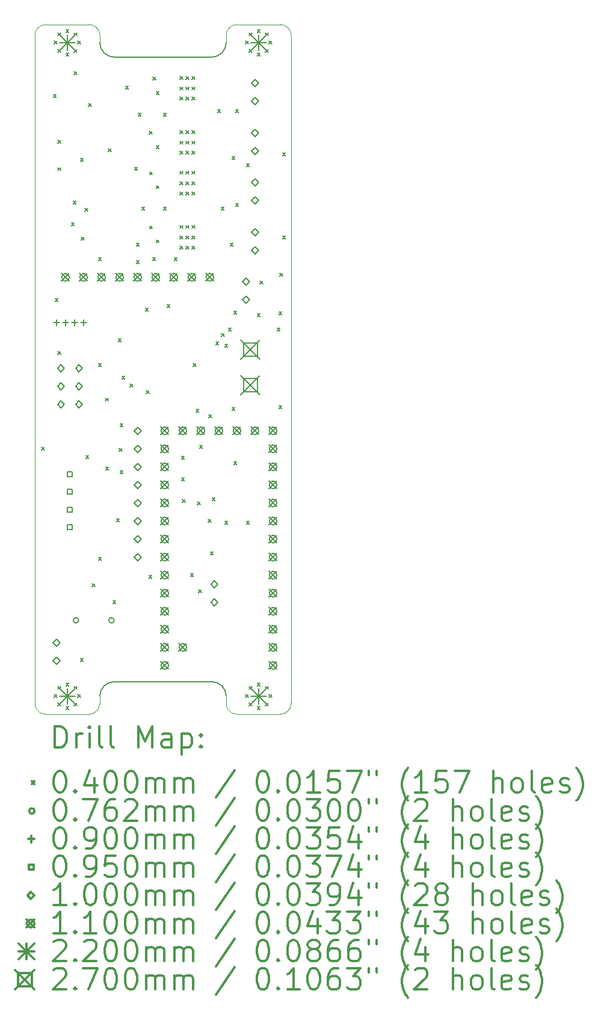
<source format=gbr>
%FSLAX45Y45*%
G04 Gerber Fmt 4.5, Leading zero omitted, Abs format (unit mm)*
G04 Created by KiCad (PCBNEW 5.1.10) date 2021-06-27 22:39:43*
%MOMM*%
%LPD*%
G01*
G04 APERTURE LIST*
%TA.AperFunction,Profile*%
%ADD10C,0.150000*%
%TD*%
%TA.AperFunction,Profile*%
%ADD11C,0.100000*%
%TD*%
%ADD12C,0.200000*%
%ADD13C,0.300000*%
G04 APERTURE END LIST*
D10*
X14630400Y-15341600D02*
G75*
G02*
X14833600Y-15544800I0J-203200D01*
G01*
X13055600Y-15544800D02*
G75*
G02*
X13258800Y-15341600I203200J0D01*
G01*
X14833600Y-6350000D02*
G75*
G02*
X14630400Y-6553200I-203200J0D01*
G01*
X13258800Y-6553200D02*
G75*
G02*
X13055600Y-6350000I0J203200D01*
G01*
D11*
X13055600Y-15646400D02*
X13055600Y-15544800D01*
X12293600Y-15798800D02*
G75*
G02*
X12141200Y-15646400I0J152400D01*
G01*
X12293600Y-15798800D02*
X12903200Y-15798800D01*
X13055600Y-15646400D02*
G75*
G02*
X12903200Y-15798800I-152400J0D01*
G01*
X14833600Y-15646400D02*
X14833600Y-15544800D01*
X14986000Y-15798800D02*
G75*
G02*
X14833600Y-15646400I0J152400D01*
G01*
X14986000Y-15798800D02*
X15595600Y-15798800D01*
X15748000Y-15646400D02*
G75*
G02*
X15595600Y-15798800I-152400J0D01*
G01*
X14833600Y-6248400D02*
X14833600Y-6350000D01*
X15595600Y-6096000D02*
G75*
G02*
X15748000Y-6248400I0J-152400D01*
G01*
X15595600Y-6096000D02*
X14986000Y-6096000D01*
X14833600Y-6248400D02*
G75*
G02*
X14986000Y-6096000I152400J0D01*
G01*
X13055600Y-6350000D02*
X13055600Y-6248400D01*
X12903200Y-6096000D02*
X12293600Y-6096000D01*
X12903200Y-6096000D02*
G75*
G02*
X13055600Y-6248400I0J-152400D01*
G01*
X12141200Y-6248400D02*
G75*
G02*
X12293600Y-6096000I152400J0D01*
G01*
D10*
X14630400Y-15341600D02*
X13258800Y-15341600D01*
X13258800Y-6553200D02*
X14630400Y-6553200D01*
D11*
X12141200Y-6248400D02*
X12141200Y-13462000D01*
X15748000Y-15646400D02*
X15748000Y-6248400D01*
X12141200Y-13462000D02*
X12141200Y-15646400D01*
D12*
X12235500Y-12045000D02*
X12275500Y-12085000D01*
X12275500Y-12045000D02*
X12235500Y-12085000D01*
X12400600Y-7079300D02*
X12440600Y-7119300D01*
X12440600Y-7079300D02*
X12400600Y-7119300D01*
X12413400Y-6330000D02*
X12453400Y-6370000D01*
X12453400Y-6330000D02*
X12413400Y-6370000D01*
X12413400Y-15524800D02*
X12453400Y-15564800D01*
X12453400Y-15524800D02*
X12413400Y-15564800D01*
X12426000Y-9949500D02*
X12466000Y-9989500D01*
X12466000Y-9949500D02*
X12426000Y-9989500D01*
X12461727Y-6213327D02*
X12501727Y-6253327D01*
X12501727Y-6213327D02*
X12461727Y-6253327D01*
X12461727Y-6446673D02*
X12501727Y-6486673D01*
X12501727Y-6446673D02*
X12461727Y-6486673D01*
X12461727Y-15408127D02*
X12501727Y-15448127D01*
X12501727Y-15408127D02*
X12461727Y-15448127D01*
X12461727Y-15641473D02*
X12501727Y-15681473D01*
X12501727Y-15641473D02*
X12461727Y-15681473D01*
X12464100Y-7727000D02*
X12504100Y-7767000D01*
X12504100Y-7727000D02*
X12464100Y-7767000D01*
X12464100Y-10698800D02*
X12504100Y-10738800D01*
X12504100Y-10698800D02*
X12464100Y-10738800D01*
X12466106Y-8110006D02*
X12506106Y-8150006D01*
X12506106Y-8110006D02*
X12466106Y-8150006D01*
X12578400Y-6165000D02*
X12618400Y-6205000D01*
X12618400Y-6165000D02*
X12578400Y-6205000D01*
X12578400Y-6495000D02*
X12618400Y-6535000D01*
X12618400Y-6495000D02*
X12578400Y-6535000D01*
X12578400Y-15359800D02*
X12618400Y-15399800D01*
X12618400Y-15359800D02*
X12578400Y-15399800D01*
X12578400Y-15689800D02*
X12618400Y-15729800D01*
X12618400Y-15689800D02*
X12578400Y-15729800D01*
X12654600Y-8882700D02*
X12694600Y-8922700D01*
X12694600Y-8882700D02*
X12654600Y-8922700D01*
X12680000Y-8577900D02*
X12720000Y-8617900D01*
X12720000Y-8577900D02*
X12680000Y-8617900D01*
X12692700Y-6761800D02*
X12732700Y-6801800D01*
X12732700Y-6761800D02*
X12692700Y-6801800D01*
X12695073Y-6213327D02*
X12735073Y-6253327D01*
X12735073Y-6213327D02*
X12695073Y-6253327D01*
X12695073Y-6446673D02*
X12735073Y-6486673D01*
X12735073Y-6446673D02*
X12695073Y-6486673D01*
X12695073Y-15408127D02*
X12735073Y-15448127D01*
X12735073Y-15408127D02*
X12695073Y-15448127D01*
X12695073Y-15641473D02*
X12735073Y-15681473D01*
X12735073Y-15641473D02*
X12695073Y-15681473D01*
X12743400Y-6330000D02*
X12783400Y-6370000D01*
X12783400Y-6330000D02*
X12743400Y-6370000D01*
X12743400Y-15524800D02*
X12783400Y-15564800D01*
X12783400Y-15524800D02*
X12743400Y-15564800D01*
X12781600Y-7981000D02*
X12821600Y-8021000D01*
X12821600Y-7981000D02*
X12781600Y-8021000D01*
X12781600Y-15016800D02*
X12821600Y-15056800D01*
X12821600Y-15016800D02*
X12781600Y-15056800D01*
X12794300Y-9085900D02*
X12834300Y-9125900D01*
X12834300Y-9085900D02*
X12794300Y-9125900D01*
X12845100Y-8679500D02*
X12885100Y-8719500D01*
X12885100Y-8679500D02*
X12845100Y-8719500D01*
X12857800Y-12159300D02*
X12897800Y-12199300D01*
X12897800Y-12159300D02*
X12857800Y-12199300D01*
X12895900Y-7206300D02*
X12935900Y-7246300D01*
X12935900Y-7206300D02*
X12895900Y-7246300D01*
X12946700Y-13962700D02*
X12986700Y-14002700D01*
X12986700Y-13962700D02*
X12946700Y-14002700D01*
X13035600Y-9378000D02*
X13075600Y-9418000D01*
X13075600Y-9378000D02*
X13035600Y-9418000D01*
X13035600Y-10863900D02*
X13075600Y-10903900D01*
X13075600Y-10863900D02*
X13035600Y-10903900D01*
X13035600Y-13594400D02*
X13075600Y-13634400D01*
X13075600Y-13594400D02*
X13035600Y-13634400D01*
X13131800Y-11351900D02*
X13171800Y-11391900D01*
X13171800Y-11351900D02*
X13131800Y-11391900D01*
X13137200Y-12324400D02*
X13177200Y-12364400D01*
X13177200Y-12324400D02*
X13137200Y-12364400D01*
X13175300Y-7841300D02*
X13215300Y-7881300D01*
X13215300Y-7841300D02*
X13175300Y-7881300D01*
X13238800Y-14204000D02*
X13278800Y-14244000D01*
X13278800Y-14204000D02*
X13238800Y-14244000D01*
X13289600Y-13048300D02*
X13329600Y-13088300D01*
X13329600Y-13048300D02*
X13289600Y-13088300D01*
X13315000Y-10521000D02*
X13355000Y-10561000D01*
X13355000Y-10521000D02*
X13315000Y-10561000D01*
X13327700Y-12057700D02*
X13367700Y-12097700D01*
X13367700Y-12057700D02*
X13327700Y-12097700D01*
X13340400Y-11714800D02*
X13380400Y-11754800D01*
X13380400Y-11714800D02*
X13340400Y-11754800D01*
X13340400Y-12375200D02*
X13380400Y-12415200D01*
X13380400Y-12375200D02*
X13340400Y-12415200D01*
X13365800Y-11041700D02*
X13405800Y-11081700D01*
X13405800Y-11041700D02*
X13365800Y-11081700D01*
X13416600Y-6965000D02*
X13456600Y-7005000D01*
X13456600Y-6965000D02*
X13416600Y-7005000D01*
X13480100Y-11156000D02*
X13520100Y-11196000D01*
X13520100Y-11156000D02*
X13480100Y-11196000D01*
X13543600Y-8108000D02*
X13583600Y-8148000D01*
X13583600Y-8108000D02*
X13543600Y-8148000D01*
X13569000Y-9174800D02*
X13609000Y-9214800D01*
X13609000Y-9174800D02*
X13569000Y-9214800D01*
X13569000Y-9416100D02*
X13609000Y-9456100D01*
X13609000Y-9416100D02*
X13569000Y-9456100D01*
X13594400Y-7346000D02*
X13634400Y-7386000D01*
X13634400Y-7346000D02*
X13594400Y-7386000D01*
X13645200Y-8666800D02*
X13685200Y-8706800D01*
X13685200Y-8666800D02*
X13645200Y-8706800D01*
X13696000Y-10089200D02*
X13736000Y-10129200D01*
X13736000Y-10089200D02*
X13696000Y-10129200D01*
X13708700Y-11244900D02*
X13748700Y-11284900D01*
X13748700Y-11244900D02*
X13708700Y-11284900D01*
X13746800Y-13848400D02*
X13786800Y-13888400D01*
X13786800Y-13848400D02*
X13746800Y-13888400D01*
X13749800Y-7597000D02*
X13789800Y-7637000D01*
X13789800Y-7597000D02*
X13749800Y-7637000D01*
X13756500Y-8168500D02*
X13796500Y-8208500D01*
X13796500Y-8168500D02*
X13756500Y-8208500D01*
X13756500Y-8930500D02*
X13796500Y-8970500D01*
X13796500Y-8930500D02*
X13756500Y-8970500D01*
X13797600Y-9378000D02*
X13837600Y-9418000D01*
X13837600Y-9378000D02*
X13797600Y-9418000D01*
X13800600Y-6835000D02*
X13840600Y-6875000D01*
X13840600Y-6835000D02*
X13800600Y-6875000D01*
X13848400Y-7041200D02*
X13888400Y-7081200D01*
X13888400Y-7041200D02*
X13848400Y-7081200D01*
X13848400Y-7803200D02*
X13888400Y-7843200D01*
X13888400Y-7803200D02*
X13848400Y-7843200D01*
X13849900Y-8363500D02*
X13889900Y-8403500D01*
X13889900Y-8363500D02*
X13849900Y-8403500D01*
X13849900Y-9125500D02*
X13889900Y-9165500D01*
X13889900Y-9125500D02*
X13849900Y-9165500D01*
X13950000Y-7346000D02*
X13990000Y-7386000D01*
X13990000Y-7346000D02*
X13950000Y-7386000D01*
X13950000Y-8666800D02*
X13990000Y-8706800D01*
X13990000Y-8666800D02*
X13950000Y-8706800D01*
X14000800Y-10038400D02*
X14040800Y-10078400D01*
X14040800Y-10038400D02*
X14000800Y-10078400D01*
X14102400Y-9378000D02*
X14142400Y-9418000D01*
X14142400Y-9378000D02*
X14102400Y-9418000D01*
X14183680Y-6827840D02*
X14223680Y-6867840D01*
X14223680Y-6827840D02*
X14183680Y-6867840D01*
X14183680Y-6975160D02*
X14223680Y-7015160D01*
X14223680Y-6975160D02*
X14183680Y-7015160D01*
X14183680Y-7117400D02*
X14223680Y-7157400D01*
X14223680Y-7117400D02*
X14183680Y-7157400D01*
X14183680Y-7589840D02*
X14223680Y-7629840D01*
X14223680Y-7589840D02*
X14183680Y-7629840D01*
X14183680Y-7737160D02*
X14223680Y-7777160D01*
X14223680Y-7737160D02*
X14183680Y-7777160D01*
X14183680Y-7879400D02*
X14223680Y-7919400D01*
X14223680Y-7879400D02*
X14183680Y-7919400D01*
X14183680Y-8161340D02*
X14223680Y-8201340D01*
X14223680Y-8161340D02*
X14183680Y-8201340D01*
X14183680Y-8308660D02*
X14223680Y-8348660D01*
X14223680Y-8308660D02*
X14183680Y-8348660D01*
X14183680Y-8450900D02*
X14223680Y-8490900D01*
X14223680Y-8450900D02*
X14183680Y-8490900D01*
X14183680Y-8923340D02*
X14223680Y-8963340D01*
X14223680Y-8923340D02*
X14183680Y-8963340D01*
X14183680Y-9070660D02*
X14223680Y-9110660D01*
X14223680Y-9070660D02*
X14183680Y-9110660D01*
X14183680Y-9212900D02*
X14223680Y-9252900D01*
X14223680Y-9212900D02*
X14183680Y-9252900D01*
X14204000Y-12172000D02*
X14244000Y-12212000D01*
X14244000Y-12172000D02*
X14204000Y-12212000D01*
X14204000Y-12476800D02*
X14244000Y-12516800D01*
X14244000Y-12476800D02*
X14204000Y-12516800D01*
X14216700Y-12781600D02*
X14256700Y-12821600D01*
X14256700Y-12781600D02*
X14216700Y-12821600D01*
X14267500Y-6827840D02*
X14307500Y-6867840D01*
X14307500Y-6827840D02*
X14267500Y-6867840D01*
X14267500Y-6975160D02*
X14307500Y-7015160D01*
X14307500Y-6975160D02*
X14267500Y-7015160D01*
X14267500Y-7117400D02*
X14307500Y-7157400D01*
X14307500Y-7117400D02*
X14267500Y-7157400D01*
X14267500Y-7589840D02*
X14307500Y-7629840D01*
X14307500Y-7589840D02*
X14267500Y-7629840D01*
X14267500Y-7737160D02*
X14307500Y-7777160D01*
X14307500Y-7737160D02*
X14267500Y-7777160D01*
X14267500Y-7879400D02*
X14307500Y-7919400D01*
X14307500Y-7879400D02*
X14267500Y-7919400D01*
X14267500Y-8161340D02*
X14307500Y-8201340D01*
X14307500Y-8161340D02*
X14267500Y-8201340D01*
X14267500Y-8308660D02*
X14307500Y-8348660D01*
X14307500Y-8308660D02*
X14267500Y-8348660D01*
X14267500Y-8450900D02*
X14307500Y-8490900D01*
X14307500Y-8450900D02*
X14267500Y-8490900D01*
X14267500Y-8923340D02*
X14307500Y-8963340D01*
X14307500Y-8923340D02*
X14267500Y-8963340D01*
X14267500Y-9070660D02*
X14307500Y-9110660D01*
X14307500Y-9070660D02*
X14267500Y-9110660D01*
X14267500Y-9212900D02*
X14307500Y-9252900D01*
X14307500Y-9212900D02*
X14267500Y-9252900D01*
X14331000Y-13823000D02*
X14371000Y-13863000D01*
X14371000Y-13823000D02*
X14331000Y-13863000D01*
X14351320Y-6827840D02*
X14391320Y-6867840D01*
X14391320Y-6827840D02*
X14351320Y-6867840D01*
X14351320Y-6975160D02*
X14391320Y-7015160D01*
X14391320Y-6975160D02*
X14351320Y-7015160D01*
X14351320Y-7117400D02*
X14391320Y-7157400D01*
X14391320Y-7117400D02*
X14351320Y-7157400D01*
X14351320Y-7589840D02*
X14391320Y-7629840D01*
X14391320Y-7589840D02*
X14351320Y-7629840D01*
X14351320Y-7737160D02*
X14391320Y-7777160D01*
X14391320Y-7737160D02*
X14351320Y-7777160D01*
X14351320Y-7879400D02*
X14391320Y-7919400D01*
X14391320Y-7879400D02*
X14351320Y-7919400D01*
X14351320Y-8161340D02*
X14391320Y-8201340D01*
X14391320Y-8161340D02*
X14351320Y-8201340D01*
X14351320Y-8308660D02*
X14391320Y-8348660D01*
X14391320Y-8308660D02*
X14351320Y-8348660D01*
X14351320Y-8450900D02*
X14391320Y-8490900D01*
X14391320Y-8450900D02*
X14351320Y-8490900D01*
X14351320Y-8923340D02*
X14391320Y-8963340D01*
X14391320Y-8923340D02*
X14351320Y-8963340D01*
X14351320Y-9070660D02*
X14391320Y-9110660D01*
X14391320Y-9070660D02*
X14351320Y-9110660D01*
X14351320Y-9212900D02*
X14391320Y-9252900D01*
X14391320Y-9212900D02*
X14351320Y-9252900D01*
X14369100Y-10863900D02*
X14409100Y-10903900D01*
X14409100Y-10863900D02*
X14369100Y-10903900D01*
X14407200Y-11511600D02*
X14447200Y-11551600D01*
X14447200Y-11511600D02*
X14407200Y-11551600D01*
X14426400Y-12813200D02*
X14466400Y-12853200D01*
X14466400Y-12813200D02*
X14426400Y-12853200D01*
X14445300Y-14051600D02*
X14485300Y-14091600D01*
X14485300Y-14051600D02*
X14445300Y-14091600D01*
X14458000Y-12019600D02*
X14498000Y-12059600D01*
X14498000Y-12019600D02*
X14458000Y-12059600D01*
X14584200Y-13060200D02*
X14624200Y-13100200D01*
X14624200Y-13060200D02*
X14584200Y-13100200D01*
X14589500Y-11583300D02*
X14629500Y-11623300D01*
X14629500Y-11583300D02*
X14589500Y-11623300D01*
X14610400Y-13518200D02*
X14650400Y-13558200D01*
X14650400Y-13518200D02*
X14610400Y-13558200D01*
X14635800Y-12756200D02*
X14675800Y-12796200D01*
X14675800Y-12756200D02*
X14635800Y-12796200D01*
X14686600Y-10559100D02*
X14726600Y-10599100D01*
X14726600Y-10559100D02*
X14686600Y-10599100D01*
X14712000Y-7295200D02*
X14752000Y-7335200D01*
X14752000Y-7295200D02*
X14712000Y-7335200D01*
X14762800Y-8666800D02*
X14802800Y-8706800D01*
X14802800Y-8666800D02*
X14762800Y-8706800D01*
X14766300Y-10441300D02*
X14806300Y-10481300D01*
X14806300Y-10441300D02*
X14766300Y-10481300D01*
X14813600Y-10597200D02*
X14853600Y-10637200D01*
X14853600Y-10597200D02*
X14813600Y-10637200D01*
X14813600Y-13086400D02*
X14853600Y-13126400D01*
X14853600Y-13086400D02*
X14813600Y-13126400D01*
X14864400Y-10368600D02*
X14904400Y-10408600D01*
X14904400Y-10368600D02*
X14864400Y-10408600D01*
X14889800Y-9174800D02*
X14929800Y-9214800D01*
X14929800Y-9174800D02*
X14889800Y-9214800D01*
X14915200Y-7955600D02*
X14955200Y-7995600D01*
X14955200Y-7955600D02*
X14915200Y-7995600D01*
X14915200Y-11486200D02*
X14955200Y-11526200D01*
X14955200Y-11486200D02*
X14915200Y-11526200D01*
X14940600Y-10127300D02*
X14980600Y-10167300D01*
X14980600Y-10127300D02*
X14940600Y-10167300D01*
X14940600Y-12248200D02*
X14980600Y-12288200D01*
X14980600Y-12248200D02*
X14940600Y-12288200D01*
X14966000Y-7295200D02*
X15006000Y-7335200D01*
X15006000Y-7295200D02*
X14966000Y-7335200D01*
X14966000Y-8616000D02*
X15006000Y-8656000D01*
X15006000Y-8616000D02*
X14966000Y-8656000D01*
X15105800Y-6330000D02*
X15145800Y-6370000D01*
X15145800Y-6330000D02*
X15105800Y-6370000D01*
X15105800Y-15524800D02*
X15145800Y-15564800D01*
X15145800Y-15524800D02*
X15105800Y-15564800D01*
X15118400Y-8057200D02*
X15158400Y-8097200D01*
X15158400Y-8057200D02*
X15118400Y-8097200D01*
X15118400Y-13086400D02*
X15158400Y-13126400D01*
X15158400Y-13086400D02*
X15118400Y-13126400D01*
X15154127Y-6213327D02*
X15194127Y-6253327D01*
X15194127Y-6213327D02*
X15154127Y-6253327D01*
X15154127Y-6446673D02*
X15194127Y-6486673D01*
X15194127Y-6446673D02*
X15154127Y-6486673D01*
X15154127Y-15408127D02*
X15194127Y-15448127D01*
X15194127Y-15408127D02*
X15154127Y-15448127D01*
X15154127Y-15641473D02*
X15194127Y-15681473D01*
X15194127Y-15641473D02*
X15154127Y-15681473D01*
X15270800Y-6165000D02*
X15310800Y-6205000D01*
X15310800Y-6165000D02*
X15270800Y-6205000D01*
X15270800Y-6495000D02*
X15310800Y-6535000D01*
X15310800Y-6495000D02*
X15270800Y-6535000D01*
X15270800Y-10165400D02*
X15310800Y-10205400D01*
X15310800Y-10165400D02*
X15270800Y-10205400D01*
X15270800Y-15359800D02*
X15310800Y-15399800D01*
X15310800Y-15359800D02*
X15270800Y-15399800D01*
X15270800Y-15689800D02*
X15310800Y-15729800D01*
X15310800Y-15689800D02*
X15270800Y-15729800D01*
X15308900Y-9708200D02*
X15348900Y-9748200D01*
X15348900Y-9708200D02*
X15308900Y-9748200D01*
X15387473Y-6213327D02*
X15427473Y-6253327D01*
X15427473Y-6213327D02*
X15387473Y-6253327D01*
X15387473Y-6446673D02*
X15427473Y-6486673D01*
X15427473Y-6446673D02*
X15387473Y-6486673D01*
X15387473Y-15408127D02*
X15427473Y-15448127D01*
X15427473Y-15408127D02*
X15387473Y-15448127D01*
X15387473Y-15641473D02*
X15427473Y-15681473D01*
X15427473Y-15641473D02*
X15387473Y-15681473D01*
X15435800Y-6330000D02*
X15475800Y-6370000D01*
X15475800Y-6330000D02*
X15435800Y-6370000D01*
X15435800Y-15524800D02*
X15475800Y-15564800D01*
X15475800Y-15524800D02*
X15435800Y-15564800D01*
X15550200Y-10368600D02*
X15590200Y-10408600D01*
X15590200Y-10368600D02*
X15550200Y-10408600D01*
X15575600Y-10140000D02*
X15615600Y-10180000D01*
X15615600Y-10140000D02*
X15575600Y-10180000D01*
X15575600Y-11460800D02*
X15615600Y-11500800D01*
X15615600Y-11460800D02*
X15575600Y-11500800D01*
X15588300Y-9593900D02*
X15628300Y-9633900D01*
X15628300Y-9593900D02*
X15588300Y-9633900D01*
X15626400Y-7904800D02*
X15666400Y-7944800D01*
X15666400Y-7904800D02*
X15626400Y-7944800D01*
X15626400Y-9073200D02*
X15666400Y-9113200D01*
X15666400Y-9073200D02*
X15626400Y-9113200D01*
X12757150Y-14478000D02*
G75*
G03*
X12757150Y-14478000I-38100J0D01*
G01*
X13257150Y-14478000D02*
G75*
G03*
X13257150Y-14478000I-38100J0D01*
G01*
X12446000Y-10242000D02*
X12446000Y-10332000D01*
X12401000Y-10287000D02*
X12491000Y-10287000D01*
X12573000Y-10242000D02*
X12573000Y-10332000D01*
X12528000Y-10287000D02*
X12618000Y-10287000D01*
X12700000Y-10242000D02*
X12700000Y-10332000D01*
X12655000Y-10287000D02*
X12745000Y-10287000D01*
X12827000Y-10242000D02*
X12827000Y-10332000D01*
X12782000Y-10287000D02*
X12872000Y-10287000D01*
X12670088Y-12453488D02*
X12670088Y-12386312D01*
X12602912Y-12386312D01*
X12602912Y-12453488D01*
X12670088Y-12453488D01*
X12670088Y-12703488D02*
X12670088Y-12636312D01*
X12602912Y-12636312D01*
X12602912Y-12703488D01*
X12670088Y-12703488D01*
X12670088Y-12953488D02*
X12670088Y-12886312D01*
X12602912Y-12886312D01*
X12602912Y-12953488D01*
X12670088Y-12953488D01*
X12670088Y-13203488D02*
X12670088Y-13136312D01*
X12602912Y-13136312D01*
X12602912Y-13203488D01*
X12670088Y-13203488D01*
X12446000Y-14845500D02*
X12496000Y-14795500D01*
X12446000Y-14745500D01*
X12396000Y-14795500D01*
X12446000Y-14845500D01*
X12446000Y-15095500D02*
X12496000Y-15045500D01*
X12446000Y-14995500D01*
X12396000Y-15045500D01*
X12446000Y-15095500D01*
X12509500Y-10984700D02*
X12559500Y-10934700D01*
X12509500Y-10884700D01*
X12459500Y-10934700D01*
X12509500Y-10984700D01*
X12509500Y-11238700D02*
X12559500Y-11188700D01*
X12509500Y-11138700D01*
X12459500Y-11188700D01*
X12509500Y-11238700D01*
X12509500Y-11492700D02*
X12559500Y-11442700D01*
X12509500Y-11392700D01*
X12459500Y-11442700D01*
X12509500Y-11492700D01*
X12763500Y-10984700D02*
X12813500Y-10934700D01*
X12763500Y-10884700D01*
X12713500Y-10934700D01*
X12763500Y-10984700D01*
X12763500Y-11238700D02*
X12813500Y-11188700D01*
X12763500Y-11138700D01*
X12713500Y-11188700D01*
X12763500Y-11238700D01*
X12763500Y-11492700D02*
X12813500Y-11442700D01*
X12763500Y-11392700D01*
X12713500Y-11442700D01*
X12763500Y-11492700D01*
X13589000Y-11861000D02*
X13639000Y-11811000D01*
X13589000Y-11761000D01*
X13539000Y-11811000D01*
X13589000Y-11861000D01*
X13589000Y-12115000D02*
X13639000Y-12065000D01*
X13589000Y-12015000D01*
X13539000Y-12065000D01*
X13589000Y-12115000D01*
X13589000Y-12369000D02*
X13639000Y-12319000D01*
X13589000Y-12269000D01*
X13539000Y-12319000D01*
X13589000Y-12369000D01*
X13589000Y-12623000D02*
X13639000Y-12573000D01*
X13589000Y-12523000D01*
X13539000Y-12573000D01*
X13589000Y-12623000D01*
X13589000Y-12877000D02*
X13639000Y-12827000D01*
X13589000Y-12777000D01*
X13539000Y-12827000D01*
X13589000Y-12877000D01*
X13589000Y-13131000D02*
X13639000Y-13081000D01*
X13589000Y-13031000D01*
X13539000Y-13081000D01*
X13589000Y-13131000D01*
X13589000Y-13385000D02*
X13639000Y-13335000D01*
X13589000Y-13285000D01*
X13539000Y-13335000D01*
X13589000Y-13385000D01*
X13589000Y-13639000D02*
X13639000Y-13589000D01*
X13589000Y-13539000D01*
X13539000Y-13589000D01*
X13589000Y-13639000D01*
X14668500Y-14020000D02*
X14718500Y-13970000D01*
X14668500Y-13920000D01*
X14618500Y-13970000D01*
X14668500Y-14020000D01*
X14668500Y-14274000D02*
X14718500Y-14224000D01*
X14668500Y-14174000D01*
X14618500Y-14224000D01*
X14668500Y-14274000D01*
X15113000Y-9765500D02*
X15163000Y-9715500D01*
X15113000Y-9665500D01*
X15063000Y-9715500D01*
X15113000Y-9765500D01*
X15113000Y-10019500D02*
X15163000Y-9969500D01*
X15113000Y-9919500D01*
X15063000Y-9969500D01*
X15113000Y-10019500D01*
X15240000Y-6971500D02*
X15290000Y-6921500D01*
X15240000Y-6871500D01*
X15190000Y-6921500D01*
X15240000Y-6971500D01*
X15240000Y-7225500D02*
X15290000Y-7175500D01*
X15240000Y-7125500D01*
X15190000Y-7175500D01*
X15240000Y-7225500D01*
X15240000Y-7670000D02*
X15290000Y-7620000D01*
X15240000Y-7570000D01*
X15190000Y-7620000D01*
X15240000Y-7670000D01*
X15240000Y-7924000D02*
X15290000Y-7874000D01*
X15240000Y-7824000D01*
X15190000Y-7874000D01*
X15240000Y-7924000D01*
X15240000Y-8368500D02*
X15290000Y-8318500D01*
X15240000Y-8268500D01*
X15190000Y-8318500D01*
X15240000Y-8368500D01*
X15240000Y-8622500D02*
X15290000Y-8572500D01*
X15240000Y-8522500D01*
X15190000Y-8572500D01*
X15240000Y-8622500D01*
X15240000Y-9067000D02*
X15290000Y-9017000D01*
X15240000Y-8967000D01*
X15190000Y-9017000D01*
X15240000Y-9067000D01*
X15240000Y-9321000D02*
X15290000Y-9271000D01*
X15240000Y-9221000D01*
X15190000Y-9271000D01*
X15240000Y-9321000D01*
X12518000Y-9597000D02*
X12628000Y-9707000D01*
X12628000Y-9597000D02*
X12518000Y-9707000D01*
X12628000Y-9652000D02*
G75*
G03*
X12628000Y-9652000I-55000J0D01*
G01*
X12772000Y-9597000D02*
X12882000Y-9707000D01*
X12882000Y-9597000D02*
X12772000Y-9707000D01*
X12882000Y-9652000D02*
G75*
G03*
X12882000Y-9652000I-55000J0D01*
G01*
X13026000Y-9597000D02*
X13136000Y-9707000D01*
X13136000Y-9597000D02*
X13026000Y-9707000D01*
X13136000Y-9652000D02*
G75*
G03*
X13136000Y-9652000I-55000J0D01*
G01*
X13280000Y-9597000D02*
X13390000Y-9707000D01*
X13390000Y-9597000D02*
X13280000Y-9707000D01*
X13390000Y-9652000D02*
G75*
G03*
X13390000Y-9652000I-55000J0D01*
G01*
X13534000Y-9597000D02*
X13644000Y-9707000D01*
X13644000Y-9597000D02*
X13534000Y-9707000D01*
X13644000Y-9652000D02*
G75*
G03*
X13644000Y-9652000I-55000J0D01*
G01*
X13788000Y-9597000D02*
X13898000Y-9707000D01*
X13898000Y-9597000D02*
X13788000Y-9707000D01*
X13898000Y-9652000D02*
G75*
G03*
X13898000Y-9652000I-55000J0D01*
G01*
X13915000Y-11756000D02*
X14025000Y-11866000D01*
X14025000Y-11756000D02*
X13915000Y-11866000D01*
X14025000Y-11811000D02*
G75*
G03*
X14025000Y-11811000I-55000J0D01*
G01*
X13915000Y-12010000D02*
X14025000Y-12120000D01*
X14025000Y-12010000D02*
X13915000Y-12120000D01*
X14025000Y-12065000D02*
G75*
G03*
X14025000Y-12065000I-55000J0D01*
G01*
X13915000Y-12264000D02*
X14025000Y-12374000D01*
X14025000Y-12264000D02*
X13915000Y-12374000D01*
X14025000Y-12319000D02*
G75*
G03*
X14025000Y-12319000I-55000J0D01*
G01*
X13915000Y-12518000D02*
X14025000Y-12628000D01*
X14025000Y-12518000D02*
X13915000Y-12628000D01*
X14025000Y-12573000D02*
G75*
G03*
X14025000Y-12573000I-55000J0D01*
G01*
X13915000Y-12772000D02*
X14025000Y-12882000D01*
X14025000Y-12772000D02*
X13915000Y-12882000D01*
X14025000Y-12827000D02*
G75*
G03*
X14025000Y-12827000I-55000J0D01*
G01*
X13915000Y-13026000D02*
X14025000Y-13136000D01*
X14025000Y-13026000D02*
X13915000Y-13136000D01*
X14025000Y-13081000D02*
G75*
G03*
X14025000Y-13081000I-55000J0D01*
G01*
X13915000Y-13280000D02*
X14025000Y-13390000D01*
X14025000Y-13280000D02*
X13915000Y-13390000D01*
X14025000Y-13335000D02*
G75*
G03*
X14025000Y-13335000I-55000J0D01*
G01*
X13915000Y-13534000D02*
X14025000Y-13644000D01*
X14025000Y-13534000D02*
X13915000Y-13644000D01*
X14025000Y-13589000D02*
G75*
G03*
X14025000Y-13589000I-55000J0D01*
G01*
X13915000Y-13788000D02*
X14025000Y-13898000D01*
X14025000Y-13788000D02*
X13915000Y-13898000D01*
X14025000Y-13843000D02*
G75*
G03*
X14025000Y-13843000I-55000J0D01*
G01*
X13915000Y-14042000D02*
X14025000Y-14152000D01*
X14025000Y-14042000D02*
X13915000Y-14152000D01*
X14025000Y-14097000D02*
G75*
G03*
X14025000Y-14097000I-55000J0D01*
G01*
X13915000Y-14296000D02*
X14025000Y-14406000D01*
X14025000Y-14296000D02*
X13915000Y-14406000D01*
X14025000Y-14351000D02*
G75*
G03*
X14025000Y-14351000I-55000J0D01*
G01*
X13915000Y-14550000D02*
X14025000Y-14660000D01*
X14025000Y-14550000D02*
X13915000Y-14660000D01*
X14025000Y-14605000D02*
G75*
G03*
X14025000Y-14605000I-55000J0D01*
G01*
X13915000Y-14804000D02*
X14025000Y-14914000D01*
X14025000Y-14804000D02*
X13915000Y-14914000D01*
X14025000Y-14859000D02*
G75*
G03*
X14025000Y-14859000I-55000J0D01*
G01*
X13915000Y-15058000D02*
X14025000Y-15168000D01*
X14025000Y-15058000D02*
X13915000Y-15168000D01*
X14025000Y-15113000D02*
G75*
G03*
X14025000Y-15113000I-55000J0D01*
G01*
X14042000Y-9597000D02*
X14152000Y-9707000D01*
X14152000Y-9597000D02*
X14042000Y-9707000D01*
X14152000Y-9652000D02*
G75*
G03*
X14152000Y-9652000I-55000J0D01*
G01*
X14169000Y-11756000D02*
X14279000Y-11866000D01*
X14279000Y-11756000D02*
X14169000Y-11866000D01*
X14279000Y-11811000D02*
G75*
G03*
X14279000Y-11811000I-55000J0D01*
G01*
X14169000Y-14804000D02*
X14279000Y-14914000D01*
X14279000Y-14804000D02*
X14169000Y-14914000D01*
X14279000Y-14859000D02*
G75*
G03*
X14279000Y-14859000I-55000J0D01*
G01*
X14296000Y-9597000D02*
X14406000Y-9707000D01*
X14406000Y-9597000D02*
X14296000Y-9707000D01*
X14406000Y-9652000D02*
G75*
G03*
X14406000Y-9652000I-55000J0D01*
G01*
X14423000Y-11756000D02*
X14533000Y-11866000D01*
X14533000Y-11756000D02*
X14423000Y-11866000D01*
X14533000Y-11811000D02*
G75*
G03*
X14533000Y-11811000I-55000J0D01*
G01*
X14550000Y-9597000D02*
X14660000Y-9707000D01*
X14660000Y-9597000D02*
X14550000Y-9707000D01*
X14660000Y-9652000D02*
G75*
G03*
X14660000Y-9652000I-55000J0D01*
G01*
X14677000Y-11756000D02*
X14787000Y-11866000D01*
X14787000Y-11756000D02*
X14677000Y-11866000D01*
X14787000Y-11811000D02*
G75*
G03*
X14787000Y-11811000I-55000J0D01*
G01*
X14931000Y-11756000D02*
X15041000Y-11866000D01*
X15041000Y-11756000D02*
X14931000Y-11866000D01*
X15041000Y-11811000D02*
G75*
G03*
X15041000Y-11811000I-55000J0D01*
G01*
X15185000Y-11756000D02*
X15295000Y-11866000D01*
X15295000Y-11756000D02*
X15185000Y-11866000D01*
X15295000Y-11811000D02*
G75*
G03*
X15295000Y-11811000I-55000J0D01*
G01*
X15439000Y-11756000D02*
X15549000Y-11866000D01*
X15549000Y-11756000D02*
X15439000Y-11866000D01*
X15549000Y-11811000D02*
G75*
G03*
X15549000Y-11811000I-55000J0D01*
G01*
X15439000Y-12010000D02*
X15549000Y-12120000D01*
X15549000Y-12010000D02*
X15439000Y-12120000D01*
X15549000Y-12065000D02*
G75*
G03*
X15549000Y-12065000I-55000J0D01*
G01*
X15439000Y-12264000D02*
X15549000Y-12374000D01*
X15549000Y-12264000D02*
X15439000Y-12374000D01*
X15549000Y-12319000D02*
G75*
G03*
X15549000Y-12319000I-55000J0D01*
G01*
X15439000Y-12518000D02*
X15549000Y-12628000D01*
X15549000Y-12518000D02*
X15439000Y-12628000D01*
X15549000Y-12573000D02*
G75*
G03*
X15549000Y-12573000I-55000J0D01*
G01*
X15439000Y-12772000D02*
X15549000Y-12882000D01*
X15549000Y-12772000D02*
X15439000Y-12882000D01*
X15549000Y-12827000D02*
G75*
G03*
X15549000Y-12827000I-55000J0D01*
G01*
X15439000Y-13026000D02*
X15549000Y-13136000D01*
X15549000Y-13026000D02*
X15439000Y-13136000D01*
X15549000Y-13081000D02*
G75*
G03*
X15549000Y-13081000I-55000J0D01*
G01*
X15439000Y-13280000D02*
X15549000Y-13390000D01*
X15549000Y-13280000D02*
X15439000Y-13390000D01*
X15549000Y-13335000D02*
G75*
G03*
X15549000Y-13335000I-55000J0D01*
G01*
X15439000Y-13534000D02*
X15549000Y-13644000D01*
X15549000Y-13534000D02*
X15439000Y-13644000D01*
X15549000Y-13589000D02*
G75*
G03*
X15549000Y-13589000I-55000J0D01*
G01*
X15439000Y-13788000D02*
X15549000Y-13898000D01*
X15549000Y-13788000D02*
X15439000Y-13898000D01*
X15549000Y-13843000D02*
G75*
G03*
X15549000Y-13843000I-55000J0D01*
G01*
X15439000Y-14042000D02*
X15549000Y-14152000D01*
X15549000Y-14042000D02*
X15439000Y-14152000D01*
X15549000Y-14097000D02*
G75*
G03*
X15549000Y-14097000I-55000J0D01*
G01*
X15439000Y-14296000D02*
X15549000Y-14406000D01*
X15549000Y-14296000D02*
X15439000Y-14406000D01*
X15549000Y-14351000D02*
G75*
G03*
X15549000Y-14351000I-55000J0D01*
G01*
X15439000Y-14550000D02*
X15549000Y-14660000D01*
X15549000Y-14550000D02*
X15439000Y-14660000D01*
X15549000Y-14605000D02*
G75*
G03*
X15549000Y-14605000I-55000J0D01*
G01*
X15439000Y-14804000D02*
X15549000Y-14914000D01*
X15549000Y-14804000D02*
X15439000Y-14914000D01*
X15549000Y-14859000D02*
G75*
G03*
X15549000Y-14859000I-55000J0D01*
G01*
X15439000Y-15058000D02*
X15549000Y-15168000D01*
X15549000Y-15058000D02*
X15439000Y-15168000D01*
X15549000Y-15113000D02*
G75*
G03*
X15549000Y-15113000I-55000J0D01*
G01*
X12488400Y-6240000D02*
X12708400Y-6460000D01*
X12708400Y-6240000D02*
X12488400Y-6460000D01*
X12598400Y-6240000D02*
X12598400Y-6460000D01*
X12488400Y-6350000D02*
X12708400Y-6350000D01*
X12488400Y-15434800D02*
X12708400Y-15654800D01*
X12708400Y-15434800D02*
X12488400Y-15654800D01*
X12598400Y-15434800D02*
X12598400Y-15654800D01*
X12488400Y-15544800D02*
X12708400Y-15544800D01*
X15180800Y-6240000D02*
X15400800Y-6460000D01*
X15400800Y-6240000D02*
X15180800Y-6460000D01*
X15290800Y-6240000D02*
X15290800Y-6460000D01*
X15180800Y-6350000D02*
X15400800Y-6350000D01*
X15180800Y-15434800D02*
X15400800Y-15654800D01*
X15400800Y-15434800D02*
X15180800Y-15654800D01*
X15290800Y-15434800D02*
X15290800Y-15654800D01*
X15180800Y-15544800D02*
X15400800Y-15544800D01*
X15041500Y-10533000D02*
X15311500Y-10803000D01*
X15311500Y-10533000D02*
X15041500Y-10803000D01*
X15271960Y-10763460D02*
X15271960Y-10572540D01*
X15081040Y-10572540D01*
X15081040Y-10763460D01*
X15271960Y-10763460D01*
X15041500Y-11033000D02*
X15311500Y-11303000D01*
X15311500Y-11033000D02*
X15041500Y-11303000D01*
X15271960Y-11263460D02*
X15271960Y-11072540D01*
X15081040Y-11072540D01*
X15081040Y-11263460D01*
X15271960Y-11263460D01*
D13*
X12422628Y-16269514D02*
X12422628Y-15969514D01*
X12494057Y-15969514D01*
X12536914Y-15983800D01*
X12565486Y-16012371D01*
X12579771Y-16040943D01*
X12594057Y-16098086D01*
X12594057Y-16140943D01*
X12579771Y-16198086D01*
X12565486Y-16226657D01*
X12536914Y-16255229D01*
X12494057Y-16269514D01*
X12422628Y-16269514D01*
X12722628Y-16269514D02*
X12722628Y-16069514D01*
X12722628Y-16126657D02*
X12736914Y-16098086D01*
X12751200Y-16083800D01*
X12779771Y-16069514D01*
X12808343Y-16069514D01*
X12908343Y-16269514D02*
X12908343Y-16069514D01*
X12908343Y-15969514D02*
X12894057Y-15983800D01*
X12908343Y-15998086D01*
X12922628Y-15983800D01*
X12908343Y-15969514D01*
X12908343Y-15998086D01*
X13094057Y-16269514D02*
X13065486Y-16255229D01*
X13051200Y-16226657D01*
X13051200Y-15969514D01*
X13251200Y-16269514D02*
X13222628Y-16255229D01*
X13208343Y-16226657D01*
X13208343Y-15969514D01*
X13594057Y-16269514D02*
X13594057Y-15969514D01*
X13694057Y-16183800D01*
X13794057Y-15969514D01*
X13794057Y-16269514D01*
X14065486Y-16269514D02*
X14065486Y-16112371D01*
X14051200Y-16083800D01*
X14022628Y-16069514D01*
X13965486Y-16069514D01*
X13936914Y-16083800D01*
X14065486Y-16255229D02*
X14036914Y-16269514D01*
X13965486Y-16269514D01*
X13936914Y-16255229D01*
X13922628Y-16226657D01*
X13922628Y-16198086D01*
X13936914Y-16169514D01*
X13965486Y-16155229D01*
X14036914Y-16155229D01*
X14065486Y-16140943D01*
X14208343Y-16069514D02*
X14208343Y-16369514D01*
X14208343Y-16083800D02*
X14236914Y-16069514D01*
X14294057Y-16069514D01*
X14322628Y-16083800D01*
X14336914Y-16098086D01*
X14351200Y-16126657D01*
X14351200Y-16212371D01*
X14336914Y-16240943D01*
X14322628Y-16255229D01*
X14294057Y-16269514D01*
X14236914Y-16269514D01*
X14208343Y-16255229D01*
X14479771Y-16240943D02*
X14494057Y-16255229D01*
X14479771Y-16269514D01*
X14465486Y-16255229D01*
X14479771Y-16240943D01*
X14479771Y-16269514D01*
X14479771Y-16083800D02*
X14494057Y-16098086D01*
X14479771Y-16112371D01*
X14465486Y-16098086D01*
X14479771Y-16083800D01*
X14479771Y-16112371D01*
X12096200Y-16743800D02*
X12136200Y-16783800D01*
X12136200Y-16743800D02*
X12096200Y-16783800D01*
X12479771Y-16599514D02*
X12508343Y-16599514D01*
X12536914Y-16613800D01*
X12551200Y-16628086D01*
X12565486Y-16656657D01*
X12579771Y-16713800D01*
X12579771Y-16785229D01*
X12565486Y-16842372D01*
X12551200Y-16870943D01*
X12536914Y-16885229D01*
X12508343Y-16899514D01*
X12479771Y-16899514D01*
X12451200Y-16885229D01*
X12436914Y-16870943D01*
X12422628Y-16842372D01*
X12408343Y-16785229D01*
X12408343Y-16713800D01*
X12422628Y-16656657D01*
X12436914Y-16628086D01*
X12451200Y-16613800D01*
X12479771Y-16599514D01*
X12708343Y-16870943D02*
X12722628Y-16885229D01*
X12708343Y-16899514D01*
X12694057Y-16885229D01*
X12708343Y-16870943D01*
X12708343Y-16899514D01*
X12979771Y-16699514D02*
X12979771Y-16899514D01*
X12908343Y-16585229D02*
X12836914Y-16799514D01*
X13022628Y-16799514D01*
X13194057Y-16599514D02*
X13222628Y-16599514D01*
X13251200Y-16613800D01*
X13265486Y-16628086D01*
X13279771Y-16656657D01*
X13294057Y-16713800D01*
X13294057Y-16785229D01*
X13279771Y-16842372D01*
X13265486Y-16870943D01*
X13251200Y-16885229D01*
X13222628Y-16899514D01*
X13194057Y-16899514D01*
X13165486Y-16885229D01*
X13151200Y-16870943D01*
X13136914Y-16842372D01*
X13122628Y-16785229D01*
X13122628Y-16713800D01*
X13136914Y-16656657D01*
X13151200Y-16628086D01*
X13165486Y-16613800D01*
X13194057Y-16599514D01*
X13479771Y-16599514D02*
X13508343Y-16599514D01*
X13536914Y-16613800D01*
X13551200Y-16628086D01*
X13565486Y-16656657D01*
X13579771Y-16713800D01*
X13579771Y-16785229D01*
X13565486Y-16842372D01*
X13551200Y-16870943D01*
X13536914Y-16885229D01*
X13508343Y-16899514D01*
X13479771Y-16899514D01*
X13451200Y-16885229D01*
X13436914Y-16870943D01*
X13422628Y-16842372D01*
X13408343Y-16785229D01*
X13408343Y-16713800D01*
X13422628Y-16656657D01*
X13436914Y-16628086D01*
X13451200Y-16613800D01*
X13479771Y-16599514D01*
X13708343Y-16899514D02*
X13708343Y-16699514D01*
X13708343Y-16728086D02*
X13722628Y-16713800D01*
X13751200Y-16699514D01*
X13794057Y-16699514D01*
X13822628Y-16713800D01*
X13836914Y-16742371D01*
X13836914Y-16899514D01*
X13836914Y-16742371D02*
X13851200Y-16713800D01*
X13879771Y-16699514D01*
X13922628Y-16699514D01*
X13951200Y-16713800D01*
X13965486Y-16742371D01*
X13965486Y-16899514D01*
X14108343Y-16899514D02*
X14108343Y-16699514D01*
X14108343Y-16728086D02*
X14122628Y-16713800D01*
X14151200Y-16699514D01*
X14194057Y-16699514D01*
X14222628Y-16713800D01*
X14236914Y-16742371D01*
X14236914Y-16899514D01*
X14236914Y-16742371D02*
X14251200Y-16713800D01*
X14279771Y-16699514D01*
X14322628Y-16699514D01*
X14351200Y-16713800D01*
X14365486Y-16742371D01*
X14365486Y-16899514D01*
X14951200Y-16585229D02*
X14694057Y-16970943D01*
X15336914Y-16599514D02*
X15365486Y-16599514D01*
X15394057Y-16613800D01*
X15408343Y-16628086D01*
X15422628Y-16656657D01*
X15436914Y-16713800D01*
X15436914Y-16785229D01*
X15422628Y-16842372D01*
X15408343Y-16870943D01*
X15394057Y-16885229D01*
X15365486Y-16899514D01*
X15336914Y-16899514D01*
X15308343Y-16885229D01*
X15294057Y-16870943D01*
X15279771Y-16842372D01*
X15265486Y-16785229D01*
X15265486Y-16713800D01*
X15279771Y-16656657D01*
X15294057Y-16628086D01*
X15308343Y-16613800D01*
X15336914Y-16599514D01*
X15565486Y-16870943D02*
X15579771Y-16885229D01*
X15565486Y-16899514D01*
X15551200Y-16885229D01*
X15565486Y-16870943D01*
X15565486Y-16899514D01*
X15765486Y-16599514D02*
X15794057Y-16599514D01*
X15822628Y-16613800D01*
X15836914Y-16628086D01*
X15851200Y-16656657D01*
X15865486Y-16713800D01*
X15865486Y-16785229D01*
X15851200Y-16842372D01*
X15836914Y-16870943D01*
X15822628Y-16885229D01*
X15794057Y-16899514D01*
X15765486Y-16899514D01*
X15736914Y-16885229D01*
X15722628Y-16870943D01*
X15708343Y-16842372D01*
X15694057Y-16785229D01*
X15694057Y-16713800D01*
X15708343Y-16656657D01*
X15722628Y-16628086D01*
X15736914Y-16613800D01*
X15765486Y-16599514D01*
X16151200Y-16899514D02*
X15979771Y-16899514D01*
X16065486Y-16899514D02*
X16065486Y-16599514D01*
X16036914Y-16642371D01*
X16008343Y-16670943D01*
X15979771Y-16685229D01*
X16422628Y-16599514D02*
X16279771Y-16599514D01*
X16265486Y-16742371D01*
X16279771Y-16728086D01*
X16308343Y-16713800D01*
X16379771Y-16713800D01*
X16408343Y-16728086D01*
X16422628Y-16742371D01*
X16436914Y-16770943D01*
X16436914Y-16842372D01*
X16422628Y-16870943D01*
X16408343Y-16885229D01*
X16379771Y-16899514D01*
X16308343Y-16899514D01*
X16279771Y-16885229D01*
X16265486Y-16870943D01*
X16536914Y-16599514D02*
X16736914Y-16599514D01*
X16608343Y-16899514D01*
X16836914Y-16599514D02*
X16836914Y-16656657D01*
X16951200Y-16599514D02*
X16951200Y-16656657D01*
X17394057Y-17013800D02*
X17379771Y-16999514D01*
X17351200Y-16956657D01*
X17336914Y-16928086D01*
X17322628Y-16885229D01*
X17308343Y-16813800D01*
X17308343Y-16756657D01*
X17322628Y-16685229D01*
X17336914Y-16642371D01*
X17351200Y-16613800D01*
X17379771Y-16570943D01*
X17394057Y-16556657D01*
X17665486Y-16899514D02*
X17494057Y-16899514D01*
X17579771Y-16899514D02*
X17579771Y-16599514D01*
X17551200Y-16642371D01*
X17522628Y-16670943D01*
X17494057Y-16685229D01*
X17936914Y-16599514D02*
X17794057Y-16599514D01*
X17779771Y-16742371D01*
X17794057Y-16728086D01*
X17822628Y-16713800D01*
X17894057Y-16713800D01*
X17922628Y-16728086D01*
X17936914Y-16742371D01*
X17951200Y-16770943D01*
X17951200Y-16842372D01*
X17936914Y-16870943D01*
X17922628Y-16885229D01*
X17894057Y-16899514D01*
X17822628Y-16899514D01*
X17794057Y-16885229D01*
X17779771Y-16870943D01*
X18051200Y-16599514D02*
X18251200Y-16599514D01*
X18122628Y-16899514D01*
X18594057Y-16899514D02*
X18594057Y-16599514D01*
X18722628Y-16899514D02*
X18722628Y-16742371D01*
X18708343Y-16713800D01*
X18679771Y-16699514D01*
X18636914Y-16699514D01*
X18608343Y-16713800D01*
X18594057Y-16728086D01*
X18908343Y-16899514D02*
X18879771Y-16885229D01*
X18865486Y-16870943D01*
X18851200Y-16842372D01*
X18851200Y-16756657D01*
X18865486Y-16728086D01*
X18879771Y-16713800D01*
X18908343Y-16699514D01*
X18951200Y-16699514D01*
X18979771Y-16713800D01*
X18994057Y-16728086D01*
X19008343Y-16756657D01*
X19008343Y-16842372D01*
X18994057Y-16870943D01*
X18979771Y-16885229D01*
X18951200Y-16899514D01*
X18908343Y-16899514D01*
X19179771Y-16899514D02*
X19151200Y-16885229D01*
X19136914Y-16856657D01*
X19136914Y-16599514D01*
X19408343Y-16885229D02*
X19379771Y-16899514D01*
X19322628Y-16899514D01*
X19294057Y-16885229D01*
X19279771Y-16856657D01*
X19279771Y-16742371D01*
X19294057Y-16713800D01*
X19322628Y-16699514D01*
X19379771Y-16699514D01*
X19408343Y-16713800D01*
X19422628Y-16742371D01*
X19422628Y-16770943D01*
X19279771Y-16799514D01*
X19536914Y-16885229D02*
X19565486Y-16899514D01*
X19622628Y-16899514D01*
X19651200Y-16885229D01*
X19665486Y-16856657D01*
X19665486Y-16842372D01*
X19651200Y-16813800D01*
X19622628Y-16799514D01*
X19579771Y-16799514D01*
X19551200Y-16785229D01*
X19536914Y-16756657D01*
X19536914Y-16742371D01*
X19551200Y-16713800D01*
X19579771Y-16699514D01*
X19622628Y-16699514D01*
X19651200Y-16713800D01*
X19765486Y-17013800D02*
X19779771Y-16999514D01*
X19808343Y-16956657D01*
X19822628Y-16928086D01*
X19836914Y-16885229D01*
X19851200Y-16813800D01*
X19851200Y-16756657D01*
X19836914Y-16685229D01*
X19822628Y-16642371D01*
X19808343Y-16613800D01*
X19779771Y-16570943D01*
X19765486Y-16556657D01*
X12136200Y-17159800D02*
G75*
G03*
X12136200Y-17159800I-38100J0D01*
G01*
X12479771Y-16995514D02*
X12508343Y-16995514D01*
X12536914Y-17009800D01*
X12551200Y-17024086D01*
X12565486Y-17052657D01*
X12579771Y-17109800D01*
X12579771Y-17181229D01*
X12565486Y-17238372D01*
X12551200Y-17266943D01*
X12536914Y-17281229D01*
X12508343Y-17295514D01*
X12479771Y-17295514D01*
X12451200Y-17281229D01*
X12436914Y-17266943D01*
X12422628Y-17238372D01*
X12408343Y-17181229D01*
X12408343Y-17109800D01*
X12422628Y-17052657D01*
X12436914Y-17024086D01*
X12451200Y-17009800D01*
X12479771Y-16995514D01*
X12708343Y-17266943D02*
X12722628Y-17281229D01*
X12708343Y-17295514D01*
X12694057Y-17281229D01*
X12708343Y-17266943D01*
X12708343Y-17295514D01*
X12822628Y-16995514D02*
X13022628Y-16995514D01*
X12894057Y-17295514D01*
X13265486Y-16995514D02*
X13208343Y-16995514D01*
X13179771Y-17009800D01*
X13165486Y-17024086D01*
X13136914Y-17066943D01*
X13122628Y-17124086D01*
X13122628Y-17238372D01*
X13136914Y-17266943D01*
X13151200Y-17281229D01*
X13179771Y-17295514D01*
X13236914Y-17295514D01*
X13265486Y-17281229D01*
X13279771Y-17266943D01*
X13294057Y-17238372D01*
X13294057Y-17166943D01*
X13279771Y-17138372D01*
X13265486Y-17124086D01*
X13236914Y-17109800D01*
X13179771Y-17109800D01*
X13151200Y-17124086D01*
X13136914Y-17138372D01*
X13122628Y-17166943D01*
X13408343Y-17024086D02*
X13422628Y-17009800D01*
X13451200Y-16995514D01*
X13522628Y-16995514D01*
X13551200Y-17009800D01*
X13565486Y-17024086D01*
X13579771Y-17052657D01*
X13579771Y-17081229D01*
X13565486Y-17124086D01*
X13394057Y-17295514D01*
X13579771Y-17295514D01*
X13708343Y-17295514D02*
X13708343Y-17095514D01*
X13708343Y-17124086D02*
X13722628Y-17109800D01*
X13751200Y-17095514D01*
X13794057Y-17095514D01*
X13822628Y-17109800D01*
X13836914Y-17138372D01*
X13836914Y-17295514D01*
X13836914Y-17138372D02*
X13851200Y-17109800D01*
X13879771Y-17095514D01*
X13922628Y-17095514D01*
X13951200Y-17109800D01*
X13965486Y-17138372D01*
X13965486Y-17295514D01*
X14108343Y-17295514D02*
X14108343Y-17095514D01*
X14108343Y-17124086D02*
X14122628Y-17109800D01*
X14151200Y-17095514D01*
X14194057Y-17095514D01*
X14222628Y-17109800D01*
X14236914Y-17138372D01*
X14236914Y-17295514D01*
X14236914Y-17138372D02*
X14251200Y-17109800D01*
X14279771Y-17095514D01*
X14322628Y-17095514D01*
X14351200Y-17109800D01*
X14365486Y-17138372D01*
X14365486Y-17295514D01*
X14951200Y-16981229D02*
X14694057Y-17366943D01*
X15336914Y-16995514D02*
X15365486Y-16995514D01*
X15394057Y-17009800D01*
X15408343Y-17024086D01*
X15422628Y-17052657D01*
X15436914Y-17109800D01*
X15436914Y-17181229D01*
X15422628Y-17238372D01*
X15408343Y-17266943D01*
X15394057Y-17281229D01*
X15365486Y-17295514D01*
X15336914Y-17295514D01*
X15308343Y-17281229D01*
X15294057Y-17266943D01*
X15279771Y-17238372D01*
X15265486Y-17181229D01*
X15265486Y-17109800D01*
X15279771Y-17052657D01*
X15294057Y-17024086D01*
X15308343Y-17009800D01*
X15336914Y-16995514D01*
X15565486Y-17266943D02*
X15579771Y-17281229D01*
X15565486Y-17295514D01*
X15551200Y-17281229D01*
X15565486Y-17266943D01*
X15565486Y-17295514D01*
X15765486Y-16995514D02*
X15794057Y-16995514D01*
X15822628Y-17009800D01*
X15836914Y-17024086D01*
X15851200Y-17052657D01*
X15865486Y-17109800D01*
X15865486Y-17181229D01*
X15851200Y-17238372D01*
X15836914Y-17266943D01*
X15822628Y-17281229D01*
X15794057Y-17295514D01*
X15765486Y-17295514D01*
X15736914Y-17281229D01*
X15722628Y-17266943D01*
X15708343Y-17238372D01*
X15694057Y-17181229D01*
X15694057Y-17109800D01*
X15708343Y-17052657D01*
X15722628Y-17024086D01*
X15736914Y-17009800D01*
X15765486Y-16995514D01*
X15965486Y-16995514D02*
X16151200Y-16995514D01*
X16051200Y-17109800D01*
X16094057Y-17109800D01*
X16122628Y-17124086D01*
X16136914Y-17138372D01*
X16151200Y-17166943D01*
X16151200Y-17238372D01*
X16136914Y-17266943D01*
X16122628Y-17281229D01*
X16094057Y-17295514D01*
X16008343Y-17295514D01*
X15979771Y-17281229D01*
X15965486Y-17266943D01*
X16336914Y-16995514D02*
X16365486Y-16995514D01*
X16394057Y-17009800D01*
X16408343Y-17024086D01*
X16422628Y-17052657D01*
X16436914Y-17109800D01*
X16436914Y-17181229D01*
X16422628Y-17238372D01*
X16408343Y-17266943D01*
X16394057Y-17281229D01*
X16365486Y-17295514D01*
X16336914Y-17295514D01*
X16308343Y-17281229D01*
X16294057Y-17266943D01*
X16279771Y-17238372D01*
X16265486Y-17181229D01*
X16265486Y-17109800D01*
X16279771Y-17052657D01*
X16294057Y-17024086D01*
X16308343Y-17009800D01*
X16336914Y-16995514D01*
X16622628Y-16995514D02*
X16651200Y-16995514D01*
X16679771Y-17009800D01*
X16694057Y-17024086D01*
X16708343Y-17052657D01*
X16722628Y-17109800D01*
X16722628Y-17181229D01*
X16708343Y-17238372D01*
X16694057Y-17266943D01*
X16679771Y-17281229D01*
X16651200Y-17295514D01*
X16622628Y-17295514D01*
X16594057Y-17281229D01*
X16579771Y-17266943D01*
X16565486Y-17238372D01*
X16551200Y-17181229D01*
X16551200Y-17109800D01*
X16565486Y-17052657D01*
X16579771Y-17024086D01*
X16594057Y-17009800D01*
X16622628Y-16995514D01*
X16836914Y-16995514D02*
X16836914Y-17052657D01*
X16951200Y-16995514D02*
X16951200Y-17052657D01*
X17394057Y-17409800D02*
X17379771Y-17395514D01*
X17351200Y-17352657D01*
X17336914Y-17324086D01*
X17322628Y-17281229D01*
X17308343Y-17209800D01*
X17308343Y-17152657D01*
X17322628Y-17081229D01*
X17336914Y-17038372D01*
X17351200Y-17009800D01*
X17379771Y-16966943D01*
X17394057Y-16952657D01*
X17494057Y-17024086D02*
X17508343Y-17009800D01*
X17536914Y-16995514D01*
X17608343Y-16995514D01*
X17636914Y-17009800D01*
X17651200Y-17024086D01*
X17665486Y-17052657D01*
X17665486Y-17081229D01*
X17651200Y-17124086D01*
X17479771Y-17295514D01*
X17665486Y-17295514D01*
X18022628Y-17295514D02*
X18022628Y-16995514D01*
X18151200Y-17295514D02*
X18151200Y-17138372D01*
X18136914Y-17109800D01*
X18108343Y-17095514D01*
X18065486Y-17095514D01*
X18036914Y-17109800D01*
X18022628Y-17124086D01*
X18336914Y-17295514D02*
X18308343Y-17281229D01*
X18294057Y-17266943D01*
X18279771Y-17238372D01*
X18279771Y-17152657D01*
X18294057Y-17124086D01*
X18308343Y-17109800D01*
X18336914Y-17095514D01*
X18379771Y-17095514D01*
X18408343Y-17109800D01*
X18422628Y-17124086D01*
X18436914Y-17152657D01*
X18436914Y-17238372D01*
X18422628Y-17266943D01*
X18408343Y-17281229D01*
X18379771Y-17295514D01*
X18336914Y-17295514D01*
X18608343Y-17295514D02*
X18579771Y-17281229D01*
X18565486Y-17252657D01*
X18565486Y-16995514D01*
X18836914Y-17281229D02*
X18808343Y-17295514D01*
X18751200Y-17295514D01*
X18722628Y-17281229D01*
X18708343Y-17252657D01*
X18708343Y-17138372D01*
X18722628Y-17109800D01*
X18751200Y-17095514D01*
X18808343Y-17095514D01*
X18836914Y-17109800D01*
X18851200Y-17138372D01*
X18851200Y-17166943D01*
X18708343Y-17195514D01*
X18965486Y-17281229D02*
X18994057Y-17295514D01*
X19051200Y-17295514D01*
X19079771Y-17281229D01*
X19094057Y-17252657D01*
X19094057Y-17238372D01*
X19079771Y-17209800D01*
X19051200Y-17195514D01*
X19008343Y-17195514D01*
X18979771Y-17181229D01*
X18965486Y-17152657D01*
X18965486Y-17138372D01*
X18979771Y-17109800D01*
X19008343Y-17095514D01*
X19051200Y-17095514D01*
X19079771Y-17109800D01*
X19194057Y-17409800D02*
X19208343Y-17395514D01*
X19236914Y-17352657D01*
X19251200Y-17324086D01*
X19265486Y-17281229D01*
X19279771Y-17209800D01*
X19279771Y-17152657D01*
X19265486Y-17081229D01*
X19251200Y-17038372D01*
X19236914Y-17009800D01*
X19208343Y-16966943D01*
X19194057Y-16952657D01*
X12091200Y-17510800D02*
X12091200Y-17600800D01*
X12046200Y-17555800D02*
X12136200Y-17555800D01*
X12479771Y-17391514D02*
X12508343Y-17391514D01*
X12536914Y-17405800D01*
X12551200Y-17420086D01*
X12565486Y-17448657D01*
X12579771Y-17505800D01*
X12579771Y-17577229D01*
X12565486Y-17634372D01*
X12551200Y-17662943D01*
X12536914Y-17677229D01*
X12508343Y-17691514D01*
X12479771Y-17691514D01*
X12451200Y-17677229D01*
X12436914Y-17662943D01*
X12422628Y-17634372D01*
X12408343Y-17577229D01*
X12408343Y-17505800D01*
X12422628Y-17448657D01*
X12436914Y-17420086D01*
X12451200Y-17405800D01*
X12479771Y-17391514D01*
X12708343Y-17662943D02*
X12722628Y-17677229D01*
X12708343Y-17691514D01*
X12694057Y-17677229D01*
X12708343Y-17662943D01*
X12708343Y-17691514D01*
X12865486Y-17691514D02*
X12922628Y-17691514D01*
X12951200Y-17677229D01*
X12965486Y-17662943D01*
X12994057Y-17620086D01*
X13008343Y-17562943D01*
X13008343Y-17448657D01*
X12994057Y-17420086D01*
X12979771Y-17405800D01*
X12951200Y-17391514D01*
X12894057Y-17391514D01*
X12865486Y-17405800D01*
X12851200Y-17420086D01*
X12836914Y-17448657D01*
X12836914Y-17520086D01*
X12851200Y-17548657D01*
X12865486Y-17562943D01*
X12894057Y-17577229D01*
X12951200Y-17577229D01*
X12979771Y-17562943D01*
X12994057Y-17548657D01*
X13008343Y-17520086D01*
X13194057Y-17391514D02*
X13222628Y-17391514D01*
X13251200Y-17405800D01*
X13265486Y-17420086D01*
X13279771Y-17448657D01*
X13294057Y-17505800D01*
X13294057Y-17577229D01*
X13279771Y-17634372D01*
X13265486Y-17662943D01*
X13251200Y-17677229D01*
X13222628Y-17691514D01*
X13194057Y-17691514D01*
X13165486Y-17677229D01*
X13151200Y-17662943D01*
X13136914Y-17634372D01*
X13122628Y-17577229D01*
X13122628Y-17505800D01*
X13136914Y-17448657D01*
X13151200Y-17420086D01*
X13165486Y-17405800D01*
X13194057Y-17391514D01*
X13479771Y-17391514D02*
X13508343Y-17391514D01*
X13536914Y-17405800D01*
X13551200Y-17420086D01*
X13565486Y-17448657D01*
X13579771Y-17505800D01*
X13579771Y-17577229D01*
X13565486Y-17634372D01*
X13551200Y-17662943D01*
X13536914Y-17677229D01*
X13508343Y-17691514D01*
X13479771Y-17691514D01*
X13451200Y-17677229D01*
X13436914Y-17662943D01*
X13422628Y-17634372D01*
X13408343Y-17577229D01*
X13408343Y-17505800D01*
X13422628Y-17448657D01*
X13436914Y-17420086D01*
X13451200Y-17405800D01*
X13479771Y-17391514D01*
X13708343Y-17691514D02*
X13708343Y-17491514D01*
X13708343Y-17520086D02*
X13722628Y-17505800D01*
X13751200Y-17491514D01*
X13794057Y-17491514D01*
X13822628Y-17505800D01*
X13836914Y-17534372D01*
X13836914Y-17691514D01*
X13836914Y-17534372D02*
X13851200Y-17505800D01*
X13879771Y-17491514D01*
X13922628Y-17491514D01*
X13951200Y-17505800D01*
X13965486Y-17534372D01*
X13965486Y-17691514D01*
X14108343Y-17691514D02*
X14108343Y-17491514D01*
X14108343Y-17520086D02*
X14122628Y-17505800D01*
X14151200Y-17491514D01*
X14194057Y-17491514D01*
X14222628Y-17505800D01*
X14236914Y-17534372D01*
X14236914Y-17691514D01*
X14236914Y-17534372D02*
X14251200Y-17505800D01*
X14279771Y-17491514D01*
X14322628Y-17491514D01*
X14351200Y-17505800D01*
X14365486Y-17534372D01*
X14365486Y-17691514D01*
X14951200Y-17377229D02*
X14694057Y-17762943D01*
X15336914Y-17391514D02*
X15365486Y-17391514D01*
X15394057Y-17405800D01*
X15408343Y-17420086D01*
X15422628Y-17448657D01*
X15436914Y-17505800D01*
X15436914Y-17577229D01*
X15422628Y-17634372D01*
X15408343Y-17662943D01*
X15394057Y-17677229D01*
X15365486Y-17691514D01*
X15336914Y-17691514D01*
X15308343Y-17677229D01*
X15294057Y-17662943D01*
X15279771Y-17634372D01*
X15265486Y-17577229D01*
X15265486Y-17505800D01*
X15279771Y-17448657D01*
X15294057Y-17420086D01*
X15308343Y-17405800D01*
X15336914Y-17391514D01*
X15565486Y-17662943D02*
X15579771Y-17677229D01*
X15565486Y-17691514D01*
X15551200Y-17677229D01*
X15565486Y-17662943D01*
X15565486Y-17691514D01*
X15765486Y-17391514D02*
X15794057Y-17391514D01*
X15822628Y-17405800D01*
X15836914Y-17420086D01*
X15851200Y-17448657D01*
X15865486Y-17505800D01*
X15865486Y-17577229D01*
X15851200Y-17634372D01*
X15836914Y-17662943D01*
X15822628Y-17677229D01*
X15794057Y-17691514D01*
X15765486Y-17691514D01*
X15736914Y-17677229D01*
X15722628Y-17662943D01*
X15708343Y-17634372D01*
X15694057Y-17577229D01*
X15694057Y-17505800D01*
X15708343Y-17448657D01*
X15722628Y-17420086D01*
X15736914Y-17405800D01*
X15765486Y-17391514D01*
X15965486Y-17391514D02*
X16151200Y-17391514D01*
X16051200Y-17505800D01*
X16094057Y-17505800D01*
X16122628Y-17520086D01*
X16136914Y-17534372D01*
X16151200Y-17562943D01*
X16151200Y-17634372D01*
X16136914Y-17662943D01*
X16122628Y-17677229D01*
X16094057Y-17691514D01*
X16008343Y-17691514D01*
X15979771Y-17677229D01*
X15965486Y-17662943D01*
X16422628Y-17391514D02*
X16279771Y-17391514D01*
X16265486Y-17534372D01*
X16279771Y-17520086D01*
X16308343Y-17505800D01*
X16379771Y-17505800D01*
X16408343Y-17520086D01*
X16422628Y-17534372D01*
X16436914Y-17562943D01*
X16436914Y-17634372D01*
X16422628Y-17662943D01*
X16408343Y-17677229D01*
X16379771Y-17691514D01*
X16308343Y-17691514D01*
X16279771Y-17677229D01*
X16265486Y-17662943D01*
X16694057Y-17491514D02*
X16694057Y-17691514D01*
X16622628Y-17377229D02*
X16551200Y-17591514D01*
X16736914Y-17591514D01*
X16836914Y-17391514D02*
X16836914Y-17448657D01*
X16951200Y-17391514D02*
X16951200Y-17448657D01*
X17394057Y-17805800D02*
X17379771Y-17791514D01*
X17351200Y-17748657D01*
X17336914Y-17720086D01*
X17322628Y-17677229D01*
X17308343Y-17605800D01*
X17308343Y-17548657D01*
X17322628Y-17477229D01*
X17336914Y-17434372D01*
X17351200Y-17405800D01*
X17379771Y-17362943D01*
X17394057Y-17348657D01*
X17636914Y-17491514D02*
X17636914Y-17691514D01*
X17565486Y-17377229D02*
X17494057Y-17591514D01*
X17679771Y-17591514D01*
X18022628Y-17691514D02*
X18022628Y-17391514D01*
X18151200Y-17691514D02*
X18151200Y-17534372D01*
X18136914Y-17505800D01*
X18108343Y-17491514D01*
X18065486Y-17491514D01*
X18036914Y-17505800D01*
X18022628Y-17520086D01*
X18336914Y-17691514D02*
X18308343Y-17677229D01*
X18294057Y-17662943D01*
X18279771Y-17634372D01*
X18279771Y-17548657D01*
X18294057Y-17520086D01*
X18308343Y-17505800D01*
X18336914Y-17491514D01*
X18379771Y-17491514D01*
X18408343Y-17505800D01*
X18422628Y-17520086D01*
X18436914Y-17548657D01*
X18436914Y-17634372D01*
X18422628Y-17662943D01*
X18408343Y-17677229D01*
X18379771Y-17691514D01*
X18336914Y-17691514D01*
X18608343Y-17691514D02*
X18579771Y-17677229D01*
X18565486Y-17648657D01*
X18565486Y-17391514D01*
X18836914Y-17677229D02*
X18808343Y-17691514D01*
X18751200Y-17691514D01*
X18722628Y-17677229D01*
X18708343Y-17648657D01*
X18708343Y-17534372D01*
X18722628Y-17505800D01*
X18751200Y-17491514D01*
X18808343Y-17491514D01*
X18836914Y-17505800D01*
X18851200Y-17534372D01*
X18851200Y-17562943D01*
X18708343Y-17591514D01*
X18965486Y-17677229D02*
X18994057Y-17691514D01*
X19051200Y-17691514D01*
X19079771Y-17677229D01*
X19094057Y-17648657D01*
X19094057Y-17634372D01*
X19079771Y-17605800D01*
X19051200Y-17591514D01*
X19008343Y-17591514D01*
X18979771Y-17577229D01*
X18965486Y-17548657D01*
X18965486Y-17534372D01*
X18979771Y-17505800D01*
X19008343Y-17491514D01*
X19051200Y-17491514D01*
X19079771Y-17505800D01*
X19194057Y-17805800D02*
X19208343Y-17791514D01*
X19236914Y-17748657D01*
X19251200Y-17720086D01*
X19265486Y-17677229D01*
X19279771Y-17605800D01*
X19279771Y-17548657D01*
X19265486Y-17477229D01*
X19251200Y-17434372D01*
X19236914Y-17405800D01*
X19208343Y-17362943D01*
X19194057Y-17348657D01*
X12122288Y-17985388D02*
X12122288Y-17918212D01*
X12055112Y-17918212D01*
X12055112Y-17985388D01*
X12122288Y-17985388D01*
X12479771Y-17787514D02*
X12508343Y-17787514D01*
X12536914Y-17801800D01*
X12551200Y-17816086D01*
X12565486Y-17844657D01*
X12579771Y-17901800D01*
X12579771Y-17973229D01*
X12565486Y-18030372D01*
X12551200Y-18058943D01*
X12536914Y-18073229D01*
X12508343Y-18087514D01*
X12479771Y-18087514D01*
X12451200Y-18073229D01*
X12436914Y-18058943D01*
X12422628Y-18030372D01*
X12408343Y-17973229D01*
X12408343Y-17901800D01*
X12422628Y-17844657D01*
X12436914Y-17816086D01*
X12451200Y-17801800D01*
X12479771Y-17787514D01*
X12708343Y-18058943D02*
X12722628Y-18073229D01*
X12708343Y-18087514D01*
X12694057Y-18073229D01*
X12708343Y-18058943D01*
X12708343Y-18087514D01*
X12865486Y-18087514D02*
X12922628Y-18087514D01*
X12951200Y-18073229D01*
X12965486Y-18058943D01*
X12994057Y-18016086D01*
X13008343Y-17958943D01*
X13008343Y-17844657D01*
X12994057Y-17816086D01*
X12979771Y-17801800D01*
X12951200Y-17787514D01*
X12894057Y-17787514D01*
X12865486Y-17801800D01*
X12851200Y-17816086D01*
X12836914Y-17844657D01*
X12836914Y-17916086D01*
X12851200Y-17944657D01*
X12865486Y-17958943D01*
X12894057Y-17973229D01*
X12951200Y-17973229D01*
X12979771Y-17958943D01*
X12994057Y-17944657D01*
X13008343Y-17916086D01*
X13279771Y-17787514D02*
X13136914Y-17787514D01*
X13122628Y-17930372D01*
X13136914Y-17916086D01*
X13165486Y-17901800D01*
X13236914Y-17901800D01*
X13265486Y-17916086D01*
X13279771Y-17930372D01*
X13294057Y-17958943D01*
X13294057Y-18030372D01*
X13279771Y-18058943D01*
X13265486Y-18073229D01*
X13236914Y-18087514D01*
X13165486Y-18087514D01*
X13136914Y-18073229D01*
X13122628Y-18058943D01*
X13479771Y-17787514D02*
X13508343Y-17787514D01*
X13536914Y-17801800D01*
X13551200Y-17816086D01*
X13565486Y-17844657D01*
X13579771Y-17901800D01*
X13579771Y-17973229D01*
X13565486Y-18030372D01*
X13551200Y-18058943D01*
X13536914Y-18073229D01*
X13508343Y-18087514D01*
X13479771Y-18087514D01*
X13451200Y-18073229D01*
X13436914Y-18058943D01*
X13422628Y-18030372D01*
X13408343Y-17973229D01*
X13408343Y-17901800D01*
X13422628Y-17844657D01*
X13436914Y-17816086D01*
X13451200Y-17801800D01*
X13479771Y-17787514D01*
X13708343Y-18087514D02*
X13708343Y-17887514D01*
X13708343Y-17916086D02*
X13722628Y-17901800D01*
X13751200Y-17887514D01*
X13794057Y-17887514D01*
X13822628Y-17901800D01*
X13836914Y-17930372D01*
X13836914Y-18087514D01*
X13836914Y-17930372D02*
X13851200Y-17901800D01*
X13879771Y-17887514D01*
X13922628Y-17887514D01*
X13951200Y-17901800D01*
X13965486Y-17930372D01*
X13965486Y-18087514D01*
X14108343Y-18087514D02*
X14108343Y-17887514D01*
X14108343Y-17916086D02*
X14122628Y-17901800D01*
X14151200Y-17887514D01*
X14194057Y-17887514D01*
X14222628Y-17901800D01*
X14236914Y-17930372D01*
X14236914Y-18087514D01*
X14236914Y-17930372D02*
X14251200Y-17901800D01*
X14279771Y-17887514D01*
X14322628Y-17887514D01*
X14351200Y-17901800D01*
X14365486Y-17930372D01*
X14365486Y-18087514D01*
X14951200Y-17773229D02*
X14694057Y-18158943D01*
X15336914Y-17787514D02*
X15365486Y-17787514D01*
X15394057Y-17801800D01*
X15408343Y-17816086D01*
X15422628Y-17844657D01*
X15436914Y-17901800D01*
X15436914Y-17973229D01*
X15422628Y-18030372D01*
X15408343Y-18058943D01*
X15394057Y-18073229D01*
X15365486Y-18087514D01*
X15336914Y-18087514D01*
X15308343Y-18073229D01*
X15294057Y-18058943D01*
X15279771Y-18030372D01*
X15265486Y-17973229D01*
X15265486Y-17901800D01*
X15279771Y-17844657D01*
X15294057Y-17816086D01*
X15308343Y-17801800D01*
X15336914Y-17787514D01*
X15565486Y-18058943D02*
X15579771Y-18073229D01*
X15565486Y-18087514D01*
X15551200Y-18073229D01*
X15565486Y-18058943D01*
X15565486Y-18087514D01*
X15765486Y-17787514D02*
X15794057Y-17787514D01*
X15822628Y-17801800D01*
X15836914Y-17816086D01*
X15851200Y-17844657D01*
X15865486Y-17901800D01*
X15865486Y-17973229D01*
X15851200Y-18030372D01*
X15836914Y-18058943D01*
X15822628Y-18073229D01*
X15794057Y-18087514D01*
X15765486Y-18087514D01*
X15736914Y-18073229D01*
X15722628Y-18058943D01*
X15708343Y-18030372D01*
X15694057Y-17973229D01*
X15694057Y-17901800D01*
X15708343Y-17844657D01*
X15722628Y-17816086D01*
X15736914Y-17801800D01*
X15765486Y-17787514D01*
X15965486Y-17787514D02*
X16151200Y-17787514D01*
X16051200Y-17901800D01*
X16094057Y-17901800D01*
X16122628Y-17916086D01*
X16136914Y-17930372D01*
X16151200Y-17958943D01*
X16151200Y-18030372D01*
X16136914Y-18058943D01*
X16122628Y-18073229D01*
X16094057Y-18087514D01*
X16008343Y-18087514D01*
X15979771Y-18073229D01*
X15965486Y-18058943D01*
X16251200Y-17787514D02*
X16451200Y-17787514D01*
X16322628Y-18087514D01*
X16694057Y-17887514D02*
X16694057Y-18087514D01*
X16622628Y-17773229D02*
X16551200Y-17987514D01*
X16736914Y-17987514D01*
X16836914Y-17787514D02*
X16836914Y-17844657D01*
X16951200Y-17787514D02*
X16951200Y-17844657D01*
X17394057Y-18201800D02*
X17379771Y-18187514D01*
X17351200Y-18144657D01*
X17336914Y-18116086D01*
X17322628Y-18073229D01*
X17308343Y-18001800D01*
X17308343Y-17944657D01*
X17322628Y-17873229D01*
X17336914Y-17830372D01*
X17351200Y-17801800D01*
X17379771Y-17758943D01*
X17394057Y-17744657D01*
X17636914Y-17887514D02*
X17636914Y-18087514D01*
X17565486Y-17773229D02*
X17494057Y-17987514D01*
X17679771Y-17987514D01*
X18022628Y-18087514D02*
X18022628Y-17787514D01*
X18151200Y-18087514D02*
X18151200Y-17930372D01*
X18136914Y-17901800D01*
X18108343Y-17887514D01*
X18065486Y-17887514D01*
X18036914Y-17901800D01*
X18022628Y-17916086D01*
X18336914Y-18087514D02*
X18308343Y-18073229D01*
X18294057Y-18058943D01*
X18279771Y-18030372D01*
X18279771Y-17944657D01*
X18294057Y-17916086D01*
X18308343Y-17901800D01*
X18336914Y-17887514D01*
X18379771Y-17887514D01*
X18408343Y-17901800D01*
X18422628Y-17916086D01*
X18436914Y-17944657D01*
X18436914Y-18030372D01*
X18422628Y-18058943D01*
X18408343Y-18073229D01*
X18379771Y-18087514D01*
X18336914Y-18087514D01*
X18608343Y-18087514D02*
X18579771Y-18073229D01*
X18565486Y-18044657D01*
X18565486Y-17787514D01*
X18836914Y-18073229D02*
X18808343Y-18087514D01*
X18751200Y-18087514D01*
X18722628Y-18073229D01*
X18708343Y-18044657D01*
X18708343Y-17930372D01*
X18722628Y-17901800D01*
X18751200Y-17887514D01*
X18808343Y-17887514D01*
X18836914Y-17901800D01*
X18851200Y-17930372D01*
X18851200Y-17958943D01*
X18708343Y-17987514D01*
X18965486Y-18073229D02*
X18994057Y-18087514D01*
X19051200Y-18087514D01*
X19079771Y-18073229D01*
X19094057Y-18044657D01*
X19094057Y-18030372D01*
X19079771Y-18001800D01*
X19051200Y-17987514D01*
X19008343Y-17987514D01*
X18979771Y-17973229D01*
X18965486Y-17944657D01*
X18965486Y-17930372D01*
X18979771Y-17901800D01*
X19008343Y-17887514D01*
X19051200Y-17887514D01*
X19079771Y-17901800D01*
X19194057Y-18201800D02*
X19208343Y-18187514D01*
X19236914Y-18144657D01*
X19251200Y-18116086D01*
X19265486Y-18073229D01*
X19279771Y-18001800D01*
X19279771Y-17944657D01*
X19265486Y-17873229D01*
X19251200Y-17830372D01*
X19236914Y-17801800D01*
X19208343Y-17758943D01*
X19194057Y-17744657D01*
X12086200Y-18397800D02*
X12136200Y-18347800D01*
X12086200Y-18297800D01*
X12036200Y-18347800D01*
X12086200Y-18397800D01*
X12579771Y-18483514D02*
X12408343Y-18483514D01*
X12494057Y-18483514D02*
X12494057Y-18183514D01*
X12465486Y-18226372D01*
X12436914Y-18254943D01*
X12408343Y-18269229D01*
X12708343Y-18454943D02*
X12722628Y-18469229D01*
X12708343Y-18483514D01*
X12694057Y-18469229D01*
X12708343Y-18454943D01*
X12708343Y-18483514D01*
X12908343Y-18183514D02*
X12936914Y-18183514D01*
X12965486Y-18197800D01*
X12979771Y-18212086D01*
X12994057Y-18240657D01*
X13008343Y-18297800D01*
X13008343Y-18369229D01*
X12994057Y-18426372D01*
X12979771Y-18454943D01*
X12965486Y-18469229D01*
X12936914Y-18483514D01*
X12908343Y-18483514D01*
X12879771Y-18469229D01*
X12865486Y-18454943D01*
X12851200Y-18426372D01*
X12836914Y-18369229D01*
X12836914Y-18297800D01*
X12851200Y-18240657D01*
X12865486Y-18212086D01*
X12879771Y-18197800D01*
X12908343Y-18183514D01*
X13194057Y-18183514D02*
X13222628Y-18183514D01*
X13251200Y-18197800D01*
X13265486Y-18212086D01*
X13279771Y-18240657D01*
X13294057Y-18297800D01*
X13294057Y-18369229D01*
X13279771Y-18426372D01*
X13265486Y-18454943D01*
X13251200Y-18469229D01*
X13222628Y-18483514D01*
X13194057Y-18483514D01*
X13165486Y-18469229D01*
X13151200Y-18454943D01*
X13136914Y-18426372D01*
X13122628Y-18369229D01*
X13122628Y-18297800D01*
X13136914Y-18240657D01*
X13151200Y-18212086D01*
X13165486Y-18197800D01*
X13194057Y-18183514D01*
X13479771Y-18183514D02*
X13508343Y-18183514D01*
X13536914Y-18197800D01*
X13551200Y-18212086D01*
X13565486Y-18240657D01*
X13579771Y-18297800D01*
X13579771Y-18369229D01*
X13565486Y-18426372D01*
X13551200Y-18454943D01*
X13536914Y-18469229D01*
X13508343Y-18483514D01*
X13479771Y-18483514D01*
X13451200Y-18469229D01*
X13436914Y-18454943D01*
X13422628Y-18426372D01*
X13408343Y-18369229D01*
X13408343Y-18297800D01*
X13422628Y-18240657D01*
X13436914Y-18212086D01*
X13451200Y-18197800D01*
X13479771Y-18183514D01*
X13708343Y-18483514D02*
X13708343Y-18283514D01*
X13708343Y-18312086D02*
X13722628Y-18297800D01*
X13751200Y-18283514D01*
X13794057Y-18283514D01*
X13822628Y-18297800D01*
X13836914Y-18326372D01*
X13836914Y-18483514D01*
X13836914Y-18326372D02*
X13851200Y-18297800D01*
X13879771Y-18283514D01*
X13922628Y-18283514D01*
X13951200Y-18297800D01*
X13965486Y-18326372D01*
X13965486Y-18483514D01*
X14108343Y-18483514D02*
X14108343Y-18283514D01*
X14108343Y-18312086D02*
X14122628Y-18297800D01*
X14151200Y-18283514D01*
X14194057Y-18283514D01*
X14222628Y-18297800D01*
X14236914Y-18326372D01*
X14236914Y-18483514D01*
X14236914Y-18326372D02*
X14251200Y-18297800D01*
X14279771Y-18283514D01*
X14322628Y-18283514D01*
X14351200Y-18297800D01*
X14365486Y-18326372D01*
X14365486Y-18483514D01*
X14951200Y-18169229D02*
X14694057Y-18554943D01*
X15336914Y-18183514D02*
X15365486Y-18183514D01*
X15394057Y-18197800D01*
X15408343Y-18212086D01*
X15422628Y-18240657D01*
X15436914Y-18297800D01*
X15436914Y-18369229D01*
X15422628Y-18426372D01*
X15408343Y-18454943D01*
X15394057Y-18469229D01*
X15365486Y-18483514D01*
X15336914Y-18483514D01*
X15308343Y-18469229D01*
X15294057Y-18454943D01*
X15279771Y-18426372D01*
X15265486Y-18369229D01*
X15265486Y-18297800D01*
X15279771Y-18240657D01*
X15294057Y-18212086D01*
X15308343Y-18197800D01*
X15336914Y-18183514D01*
X15565486Y-18454943D02*
X15579771Y-18469229D01*
X15565486Y-18483514D01*
X15551200Y-18469229D01*
X15565486Y-18454943D01*
X15565486Y-18483514D01*
X15765486Y-18183514D02*
X15794057Y-18183514D01*
X15822628Y-18197800D01*
X15836914Y-18212086D01*
X15851200Y-18240657D01*
X15865486Y-18297800D01*
X15865486Y-18369229D01*
X15851200Y-18426372D01*
X15836914Y-18454943D01*
X15822628Y-18469229D01*
X15794057Y-18483514D01*
X15765486Y-18483514D01*
X15736914Y-18469229D01*
X15722628Y-18454943D01*
X15708343Y-18426372D01*
X15694057Y-18369229D01*
X15694057Y-18297800D01*
X15708343Y-18240657D01*
X15722628Y-18212086D01*
X15736914Y-18197800D01*
X15765486Y-18183514D01*
X15965486Y-18183514D02*
X16151200Y-18183514D01*
X16051200Y-18297800D01*
X16094057Y-18297800D01*
X16122628Y-18312086D01*
X16136914Y-18326372D01*
X16151200Y-18354943D01*
X16151200Y-18426372D01*
X16136914Y-18454943D01*
X16122628Y-18469229D01*
X16094057Y-18483514D01*
X16008343Y-18483514D01*
X15979771Y-18469229D01*
X15965486Y-18454943D01*
X16294057Y-18483514D02*
X16351200Y-18483514D01*
X16379771Y-18469229D01*
X16394057Y-18454943D01*
X16422628Y-18412086D01*
X16436914Y-18354943D01*
X16436914Y-18240657D01*
X16422628Y-18212086D01*
X16408343Y-18197800D01*
X16379771Y-18183514D01*
X16322628Y-18183514D01*
X16294057Y-18197800D01*
X16279771Y-18212086D01*
X16265486Y-18240657D01*
X16265486Y-18312086D01*
X16279771Y-18340657D01*
X16294057Y-18354943D01*
X16322628Y-18369229D01*
X16379771Y-18369229D01*
X16408343Y-18354943D01*
X16422628Y-18340657D01*
X16436914Y-18312086D01*
X16694057Y-18283514D02*
X16694057Y-18483514D01*
X16622628Y-18169229D02*
X16551200Y-18383514D01*
X16736914Y-18383514D01*
X16836914Y-18183514D02*
X16836914Y-18240657D01*
X16951200Y-18183514D02*
X16951200Y-18240657D01*
X17394057Y-18597800D02*
X17379771Y-18583514D01*
X17351200Y-18540657D01*
X17336914Y-18512086D01*
X17322628Y-18469229D01*
X17308343Y-18397800D01*
X17308343Y-18340657D01*
X17322628Y-18269229D01*
X17336914Y-18226372D01*
X17351200Y-18197800D01*
X17379771Y-18154943D01*
X17394057Y-18140657D01*
X17494057Y-18212086D02*
X17508343Y-18197800D01*
X17536914Y-18183514D01*
X17608343Y-18183514D01*
X17636914Y-18197800D01*
X17651200Y-18212086D01*
X17665486Y-18240657D01*
X17665486Y-18269229D01*
X17651200Y-18312086D01*
X17479771Y-18483514D01*
X17665486Y-18483514D01*
X17836914Y-18312086D02*
X17808343Y-18297800D01*
X17794057Y-18283514D01*
X17779771Y-18254943D01*
X17779771Y-18240657D01*
X17794057Y-18212086D01*
X17808343Y-18197800D01*
X17836914Y-18183514D01*
X17894057Y-18183514D01*
X17922628Y-18197800D01*
X17936914Y-18212086D01*
X17951200Y-18240657D01*
X17951200Y-18254943D01*
X17936914Y-18283514D01*
X17922628Y-18297800D01*
X17894057Y-18312086D01*
X17836914Y-18312086D01*
X17808343Y-18326372D01*
X17794057Y-18340657D01*
X17779771Y-18369229D01*
X17779771Y-18426372D01*
X17794057Y-18454943D01*
X17808343Y-18469229D01*
X17836914Y-18483514D01*
X17894057Y-18483514D01*
X17922628Y-18469229D01*
X17936914Y-18454943D01*
X17951200Y-18426372D01*
X17951200Y-18369229D01*
X17936914Y-18340657D01*
X17922628Y-18326372D01*
X17894057Y-18312086D01*
X18308343Y-18483514D02*
X18308343Y-18183514D01*
X18436914Y-18483514D02*
X18436914Y-18326372D01*
X18422628Y-18297800D01*
X18394057Y-18283514D01*
X18351200Y-18283514D01*
X18322628Y-18297800D01*
X18308343Y-18312086D01*
X18622628Y-18483514D02*
X18594057Y-18469229D01*
X18579771Y-18454943D01*
X18565486Y-18426372D01*
X18565486Y-18340657D01*
X18579771Y-18312086D01*
X18594057Y-18297800D01*
X18622628Y-18283514D01*
X18665486Y-18283514D01*
X18694057Y-18297800D01*
X18708343Y-18312086D01*
X18722628Y-18340657D01*
X18722628Y-18426372D01*
X18708343Y-18454943D01*
X18694057Y-18469229D01*
X18665486Y-18483514D01*
X18622628Y-18483514D01*
X18894057Y-18483514D02*
X18865486Y-18469229D01*
X18851200Y-18440657D01*
X18851200Y-18183514D01*
X19122628Y-18469229D02*
X19094057Y-18483514D01*
X19036914Y-18483514D01*
X19008343Y-18469229D01*
X18994057Y-18440657D01*
X18994057Y-18326372D01*
X19008343Y-18297800D01*
X19036914Y-18283514D01*
X19094057Y-18283514D01*
X19122628Y-18297800D01*
X19136914Y-18326372D01*
X19136914Y-18354943D01*
X18994057Y-18383514D01*
X19251200Y-18469229D02*
X19279771Y-18483514D01*
X19336914Y-18483514D01*
X19365486Y-18469229D01*
X19379771Y-18440657D01*
X19379771Y-18426372D01*
X19365486Y-18397800D01*
X19336914Y-18383514D01*
X19294057Y-18383514D01*
X19265486Y-18369229D01*
X19251200Y-18340657D01*
X19251200Y-18326372D01*
X19265486Y-18297800D01*
X19294057Y-18283514D01*
X19336914Y-18283514D01*
X19365486Y-18297800D01*
X19479771Y-18597800D02*
X19494057Y-18583514D01*
X19522628Y-18540657D01*
X19536914Y-18512086D01*
X19551200Y-18469229D01*
X19565486Y-18397800D01*
X19565486Y-18340657D01*
X19551200Y-18269229D01*
X19536914Y-18226372D01*
X19522628Y-18197800D01*
X19494057Y-18154943D01*
X19479771Y-18140657D01*
X12026200Y-18688800D02*
X12136200Y-18798800D01*
X12136200Y-18688800D02*
X12026200Y-18798800D01*
X12136200Y-18743800D02*
G75*
G03*
X12136200Y-18743800I-55000J0D01*
G01*
X12579771Y-18879514D02*
X12408343Y-18879514D01*
X12494057Y-18879514D02*
X12494057Y-18579514D01*
X12465486Y-18622372D01*
X12436914Y-18650943D01*
X12408343Y-18665229D01*
X12708343Y-18850943D02*
X12722628Y-18865229D01*
X12708343Y-18879514D01*
X12694057Y-18865229D01*
X12708343Y-18850943D01*
X12708343Y-18879514D01*
X13008343Y-18879514D02*
X12836914Y-18879514D01*
X12922628Y-18879514D02*
X12922628Y-18579514D01*
X12894057Y-18622372D01*
X12865486Y-18650943D01*
X12836914Y-18665229D01*
X13194057Y-18579514D02*
X13222628Y-18579514D01*
X13251200Y-18593800D01*
X13265486Y-18608086D01*
X13279771Y-18636657D01*
X13294057Y-18693800D01*
X13294057Y-18765229D01*
X13279771Y-18822372D01*
X13265486Y-18850943D01*
X13251200Y-18865229D01*
X13222628Y-18879514D01*
X13194057Y-18879514D01*
X13165486Y-18865229D01*
X13151200Y-18850943D01*
X13136914Y-18822372D01*
X13122628Y-18765229D01*
X13122628Y-18693800D01*
X13136914Y-18636657D01*
X13151200Y-18608086D01*
X13165486Y-18593800D01*
X13194057Y-18579514D01*
X13479771Y-18579514D02*
X13508343Y-18579514D01*
X13536914Y-18593800D01*
X13551200Y-18608086D01*
X13565486Y-18636657D01*
X13579771Y-18693800D01*
X13579771Y-18765229D01*
X13565486Y-18822372D01*
X13551200Y-18850943D01*
X13536914Y-18865229D01*
X13508343Y-18879514D01*
X13479771Y-18879514D01*
X13451200Y-18865229D01*
X13436914Y-18850943D01*
X13422628Y-18822372D01*
X13408343Y-18765229D01*
X13408343Y-18693800D01*
X13422628Y-18636657D01*
X13436914Y-18608086D01*
X13451200Y-18593800D01*
X13479771Y-18579514D01*
X13708343Y-18879514D02*
X13708343Y-18679514D01*
X13708343Y-18708086D02*
X13722628Y-18693800D01*
X13751200Y-18679514D01*
X13794057Y-18679514D01*
X13822628Y-18693800D01*
X13836914Y-18722372D01*
X13836914Y-18879514D01*
X13836914Y-18722372D02*
X13851200Y-18693800D01*
X13879771Y-18679514D01*
X13922628Y-18679514D01*
X13951200Y-18693800D01*
X13965486Y-18722372D01*
X13965486Y-18879514D01*
X14108343Y-18879514D02*
X14108343Y-18679514D01*
X14108343Y-18708086D02*
X14122628Y-18693800D01*
X14151200Y-18679514D01*
X14194057Y-18679514D01*
X14222628Y-18693800D01*
X14236914Y-18722372D01*
X14236914Y-18879514D01*
X14236914Y-18722372D02*
X14251200Y-18693800D01*
X14279771Y-18679514D01*
X14322628Y-18679514D01*
X14351200Y-18693800D01*
X14365486Y-18722372D01*
X14365486Y-18879514D01*
X14951200Y-18565229D02*
X14694057Y-18950943D01*
X15336914Y-18579514D02*
X15365486Y-18579514D01*
X15394057Y-18593800D01*
X15408343Y-18608086D01*
X15422628Y-18636657D01*
X15436914Y-18693800D01*
X15436914Y-18765229D01*
X15422628Y-18822372D01*
X15408343Y-18850943D01*
X15394057Y-18865229D01*
X15365486Y-18879514D01*
X15336914Y-18879514D01*
X15308343Y-18865229D01*
X15294057Y-18850943D01*
X15279771Y-18822372D01*
X15265486Y-18765229D01*
X15265486Y-18693800D01*
X15279771Y-18636657D01*
X15294057Y-18608086D01*
X15308343Y-18593800D01*
X15336914Y-18579514D01*
X15565486Y-18850943D02*
X15579771Y-18865229D01*
X15565486Y-18879514D01*
X15551200Y-18865229D01*
X15565486Y-18850943D01*
X15565486Y-18879514D01*
X15765486Y-18579514D02*
X15794057Y-18579514D01*
X15822628Y-18593800D01*
X15836914Y-18608086D01*
X15851200Y-18636657D01*
X15865486Y-18693800D01*
X15865486Y-18765229D01*
X15851200Y-18822372D01*
X15836914Y-18850943D01*
X15822628Y-18865229D01*
X15794057Y-18879514D01*
X15765486Y-18879514D01*
X15736914Y-18865229D01*
X15722628Y-18850943D01*
X15708343Y-18822372D01*
X15694057Y-18765229D01*
X15694057Y-18693800D01*
X15708343Y-18636657D01*
X15722628Y-18608086D01*
X15736914Y-18593800D01*
X15765486Y-18579514D01*
X16122628Y-18679514D02*
X16122628Y-18879514D01*
X16051200Y-18565229D02*
X15979771Y-18779514D01*
X16165486Y-18779514D01*
X16251200Y-18579514D02*
X16436914Y-18579514D01*
X16336914Y-18693800D01*
X16379771Y-18693800D01*
X16408343Y-18708086D01*
X16422628Y-18722372D01*
X16436914Y-18750943D01*
X16436914Y-18822372D01*
X16422628Y-18850943D01*
X16408343Y-18865229D01*
X16379771Y-18879514D01*
X16294057Y-18879514D01*
X16265486Y-18865229D01*
X16251200Y-18850943D01*
X16536914Y-18579514D02*
X16722628Y-18579514D01*
X16622628Y-18693800D01*
X16665486Y-18693800D01*
X16694057Y-18708086D01*
X16708343Y-18722372D01*
X16722628Y-18750943D01*
X16722628Y-18822372D01*
X16708343Y-18850943D01*
X16694057Y-18865229D01*
X16665486Y-18879514D01*
X16579771Y-18879514D01*
X16551200Y-18865229D01*
X16536914Y-18850943D01*
X16836914Y-18579514D02*
X16836914Y-18636657D01*
X16951200Y-18579514D02*
X16951200Y-18636657D01*
X17394057Y-18993800D02*
X17379771Y-18979514D01*
X17351200Y-18936657D01*
X17336914Y-18908086D01*
X17322628Y-18865229D01*
X17308343Y-18793800D01*
X17308343Y-18736657D01*
X17322628Y-18665229D01*
X17336914Y-18622372D01*
X17351200Y-18593800D01*
X17379771Y-18550943D01*
X17394057Y-18536657D01*
X17636914Y-18679514D02*
X17636914Y-18879514D01*
X17565486Y-18565229D02*
X17494057Y-18779514D01*
X17679771Y-18779514D01*
X17765486Y-18579514D02*
X17951200Y-18579514D01*
X17851200Y-18693800D01*
X17894057Y-18693800D01*
X17922628Y-18708086D01*
X17936914Y-18722372D01*
X17951200Y-18750943D01*
X17951200Y-18822372D01*
X17936914Y-18850943D01*
X17922628Y-18865229D01*
X17894057Y-18879514D01*
X17808343Y-18879514D01*
X17779771Y-18865229D01*
X17765486Y-18850943D01*
X18308343Y-18879514D02*
X18308343Y-18579514D01*
X18436914Y-18879514D02*
X18436914Y-18722372D01*
X18422628Y-18693800D01*
X18394057Y-18679514D01*
X18351200Y-18679514D01*
X18322628Y-18693800D01*
X18308343Y-18708086D01*
X18622628Y-18879514D02*
X18594057Y-18865229D01*
X18579771Y-18850943D01*
X18565486Y-18822372D01*
X18565486Y-18736657D01*
X18579771Y-18708086D01*
X18594057Y-18693800D01*
X18622628Y-18679514D01*
X18665486Y-18679514D01*
X18694057Y-18693800D01*
X18708343Y-18708086D01*
X18722628Y-18736657D01*
X18722628Y-18822372D01*
X18708343Y-18850943D01*
X18694057Y-18865229D01*
X18665486Y-18879514D01*
X18622628Y-18879514D01*
X18894057Y-18879514D02*
X18865486Y-18865229D01*
X18851200Y-18836657D01*
X18851200Y-18579514D01*
X19122628Y-18865229D02*
X19094057Y-18879514D01*
X19036914Y-18879514D01*
X19008343Y-18865229D01*
X18994057Y-18836657D01*
X18994057Y-18722372D01*
X19008343Y-18693800D01*
X19036914Y-18679514D01*
X19094057Y-18679514D01*
X19122628Y-18693800D01*
X19136914Y-18722372D01*
X19136914Y-18750943D01*
X18994057Y-18779514D01*
X19251200Y-18865229D02*
X19279771Y-18879514D01*
X19336914Y-18879514D01*
X19365486Y-18865229D01*
X19379771Y-18836657D01*
X19379771Y-18822372D01*
X19365486Y-18793800D01*
X19336914Y-18779514D01*
X19294057Y-18779514D01*
X19265486Y-18765229D01*
X19251200Y-18736657D01*
X19251200Y-18722372D01*
X19265486Y-18693800D01*
X19294057Y-18679514D01*
X19336914Y-18679514D01*
X19365486Y-18693800D01*
X19479771Y-18993800D02*
X19494057Y-18979514D01*
X19522628Y-18936657D01*
X19536914Y-18908086D01*
X19551200Y-18865229D01*
X19565486Y-18793800D01*
X19565486Y-18736657D01*
X19551200Y-18665229D01*
X19536914Y-18622372D01*
X19522628Y-18593800D01*
X19494057Y-18550943D01*
X19479771Y-18536657D01*
X11916200Y-19029800D02*
X12136200Y-19249800D01*
X12136200Y-19029800D02*
X11916200Y-19249800D01*
X12026200Y-19029800D02*
X12026200Y-19249800D01*
X11916200Y-19139800D02*
X12136200Y-19139800D01*
X12408343Y-19004086D02*
X12422628Y-18989800D01*
X12451200Y-18975514D01*
X12522628Y-18975514D01*
X12551200Y-18989800D01*
X12565486Y-19004086D01*
X12579771Y-19032657D01*
X12579771Y-19061229D01*
X12565486Y-19104086D01*
X12394057Y-19275514D01*
X12579771Y-19275514D01*
X12708343Y-19246943D02*
X12722628Y-19261229D01*
X12708343Y-19275514D01*
X12694057Y-19261229D01*
X12708343Y-19246943D01*
X12708343Y-19275514D01*
X12836914Y-19004086D02*
X12851200Y-18989800D01*
X12879771Y-18975514D01*
X12951200Y-18975514D01*
X12979771Y-18989800D01*
X12994057Y-19004086D01*
X13008343Y-19032657D01*
X13008343Y-19061229D01*
X12994057Y-19104086D01*
X12822628Y-19275514D01*
X13008343Y-19275514D01*
X13194057Y-18975514D02*
X13222628Y-18975514D01*
X13251200Y-18989800D01*
X13265486Y-19004086D01*
X13279771Y-19032657D01*
X13294057Y-19089800D01*
X13294057Y-19161229D01*
X13279771Y-19218372D01*
X13265486Y-19246943D01*
X13251200Y-19261229D01*
X13222628Y-19275514D01*
X13194057Y-19275514D01*
X13165486Y-19261229D01*
X13151200Y-19246943D01*
X13136914Y-19218372D01*
X13122628Y-19161229D01*
X13122628Y-19089800D01*
X13136914Y-19032657D01*
X13151200Y-19004086D01*
X13165486Y-18989800D01*
X13194057Y-18975514D01*
X13479771Y-18975514D02*
X13508343Y-18975514D01*
X13536914Y-18989800D01*
X13551200Y-19004086D01*
X13565486Y-19032657D01*
X13579771Y-19089800D01*
X13579771Y-19161229D01*
X13565486Y-19218372D01*
X13551200Y-19246943D01*
X13536914Y-19261229D01*
X13508343Y-19275514D01*
X13479771Y-19275514D01*
X13451200Y-19261229D01*
X13436914Y-19246943D01*
X13422628Y-19218372D01*
X13408343Y-19161229D01*
X13408343Y-19089800D01*
X13422628Y-19032657D01*
X13436914Y-19004086D01*
X13451200Y-18989800D01*
X13479771Y-18975514D01*
X13708343Y-19275514D02*
X13708343Y-19075514D01*
X13708343Y-19104086D02*
X13722628Y-19089800D01*
X13751200Y-19075514D01*
X13794057Y-19075514D01*
X13822628Y-19089800D01*
X13836914Y-19118372D01*
X13836914Y-19275514D01*
X13836914Y-19118372D02*
X13851200Y-19089800D01*
X13879771Y-19075514D01*
X13922628Y-19075514D01*
X13951200Y-19089800D01*
X13965486Y-19118372D01*
X13965486Y-19275514D01*
X14108343Y-19275514D02*
X14108343Y-19075514D01*
X14108343Y-19104086D02*
X14122628Y-19089800D01*
X14151200Y-19075514D01*
X14194057Y-19075514D01*
X14222628Y-19089800D01*
X14236914Y-19118372D01*
X14236914Y-19275514D01*
X14236914Y-19118372D02*
X14251200Y-19089800D01*
X14279771Y-19075514D01*
X14322628Y-19075514D01*
X14351200Y-19089800D01*
X14365486Y-19118372D01*
X14365486Y-19275514D01*
X14951200Y-18961229D02*
X14694057Y-19346943D01*
X15336914Y-18975514D02*
X15365486Y-18975514D01*
X15394057Y-18989800D01*
X15408343Y-19004086D01*
X15422628Y-19032657D01*
X15436914Y-19089800D01*
X15436914Y-19161229D01*
X15422628Y-19218372D01*
X15408343Y-19246943D01*
X15394057Y-19261229D01*
X15365486Y-19275514D01*
X15336914Y-19275514D01*
X15308343Y-19261229D01*
X15294057Y-19246943D01*
X15279771Y-19218372D01*
X15265486Y-19161229D01*
X15265486Y-19089800D01*
X15279771Y-19032657D01*
X15294057Y-19004086D01*
X15308343Y-18989800D01*
X15336914Y-18975514D01*
X15565486Y-19246943D02*
X15579771Y-19261229D01*
X15565486Y-19275514D01*
X15551200Y-19261229D01*
X15565486Y-19246943D01*
X15565486Y-19275514D01*
X15765486Y-18975514D02*
X15794057Y-18975514D01*
X15822628Y-18989800D01*
X15836914Y-19004086D01*
X15851200Y-19032657D01*
X15865486Y-19089800D01*
X15865486Y-19161229D01*
X15851200Y-19218372D01*
X15836914Y-19246943D01*
X15822628Y-19261229D01*
X15794057Y-19275514D01*
X15765486Y-19275514D01*
X15736914Y-19261229D01*
X15722628Y-19246943D01*
X15708343Y-19218372D01*
X15694057Y-19161229D01*
X15694057Y-19089800D01*
X15708343Y-19032657D01*
X15722628Y-19004086D01*
X15736914Y-18989800D01*
X15765486Y-18975514D01*
X16036914Y-19104086D02*
X16008343Y-19089800D01*
X15994057Y-19075514D01*
X15979771Y-19046943D01*
X15979771Y-19032657D01*
X15994057Y-19004086D01*
X16008343Y-18989800D01*
X16036914Y-18975514D01*
X16094057Y-18975514D01*
X16122628Y-18989800D01*
X16136914Y-19004086D01*
X16151200Y-19032657D01*
X16151200Y-19046943D01*
X16136914Y-19075514D01*
X16122628Y-19089800D01*
X16094057Y-19104086D01*
X16036914Y-19104086D01*
X16008343Y-19118372D01*
X15994057Y-19132657D01*
X15979771Y-19161229D01*
X15979771Y-19218372D01*
X15994057Y-19246943D01*
X16008343Y-19261229D01*
X16036914Y-19275514D01*
X16094057Y-19275514D01*
X16122628Y-19261229D01*
X16136914Y-19246943D01*
X16151200Y-19218372D01*
X16151200Y-19161229D01*
X16136914Y-19132657D01*
X16122628Y-19118372D01*
X16094057Y-19104086D01*
X16408343Y-18975514D02*
X16351200Y-18975514D01*
X16322628Y-18989800D01*
X16308343Y-19004086D01*
X16279771Y-19046943D01*
X16265486Y-19104086D01*
X16265486Y-19218372D01*
X16279771Y-19246943D01*
X16294057Y-19261229D01*
X16322628Y-19275514D01*
X16379771Y-19275514D01*
X16408343Y-19261229D01*
X16422628Y-19246943D01*
X16436914Y-19218372D01*
X16436914Y-19146943D01*
X16422628Y-19118372D01*
X16408343Y-19104086D01*
X16379771Y-19089800D01*
X16322628Y-19089800D01*
X16294057Y-19104086D01*
X16279771Y-19118372D01*
X16265486Y-19146943D01*
X16694057Y-18975514D02*
X16636914Y-18975514D01*
X16608343Y-18989800D01*
X16594057Y-19004086D01*
X16565486Y-19046943D01*
X16551200Y-19104086D01*
X16551200Y-19218372D01*
X16565486Y-19246943D01*
X16579771Y-19261229D01*
X16608343Y-19275514D01*
X16665486Y-19275514D01*
X16694057Y-19261229D01*
X16708343Y-19246943D01*
X16722628Y-19218372D01*
X16722628Y-19146943D01*
X16708343Y-19118372D01*
X16694057Y-19104086D01*
X16665486Y-19089800D01*
X16608343Y-19089800D01*
X16579771Y-19104086D01*
X16565486Y-19118372D01*
X16551200Y-19146943D01*
X16836914Y-18975514D02*
X16836914Y-19032657D01*
X16951200Y-18975514D02*
X16951200Y-19032657D01*
X17394057Y-19389800D02*
X17379771Y-19375514D01*
X17351200Y-19332657D01*
X17336914Y-19304086D01*
X17322628Y-19261229D01*
X17308343Y-19189800D01*
X17308343Y-19132657D01*
X17322628Y-19061229D01*
X17336914Y-19018372D01*
X17351200Y-18989800D01*
X17379771Y-18946943D01*
X17394057Y-18932657D01*
X17636914Y-19075514D02*
X17636914Y-19275514D01*
X17565486Y-18961229D02*
X17494057Y-19175514D01*
X17679771Y-19175514D01*
X18022628Y-19275514D02*
X18022628Y-18975514D01*
X18151200Y-19275514D02*
X18151200Y-19118372D01*
X18136914Y-19089800D01*
X18108343Y-19075514D01*
X18065486Y-19075514D01*
X18036914Y-19089800D01*
X18022628Y-19104086D01*
X18336914Y-19275514D02*
X18308343Y-19261229D01*
X18294057Y-19246943D01*
X18279771Y-19218372D01*
X18279771Y-19132657D01*
X18294057Y-19104086D01*
X18308343Y-19089800D01*
X18336914Y-19075514D01*
X18379771Y-19075514D01*
X18408343Y-19089800D01*
X18422628Y-19104086D01*
X18436914Y-19132657D01*
X18436914Y-19218372D01*
X18422628Y-19246943D01*
X18408343Y-19261229D01*
X18379771Y-19275514D01*
X18336914Y-19275514D01*
X18608343Y-19275514D02*
X18579771Y-19261229D01*
X18565486Y-19232657D01*
X18565486Y-18975514D01*
X18836914Y-19261229D02*
X18808343Y-19275514D01*
X18751200Y-19275514D01*
X18722628Y-19261229D01*
X18708343Y-19232657D01*
X18708343Y-19118372D01*
X18722628Y-19089800D01*
X18751200Y-19075514D01*
X18808343Y-19075514D01*
X18836914Y-19089800D01*
X18851200Y-19118372D01*
X18851200Y-19146943D01*
X18708343Y-19175514D01*
X18965486Y-19261229D02*
X18994057Y-19275514D01*
X19051200Y-19275514D01*
X19079771Y-19261229D01*
X19094057Y-19232657D01*
X19094057Y-19218372D01*
X19079771Y-19189800D01*
X19051200Y-19175514D01*
X19008343Y-19175514D01*
X18979771Y-19161229D01*
X18965486Y-19132657D01*
X18965486Y-19118372D01*
X18979771Y-19089800D01*
X19008343Y-19075514D01*
X19051200Y-19075514D01*
X19079771Y-19089800D01*
X19194057Y-19389800D02*
X19208343Y-19375514D01*
X19236914Y-19332657D01*
X19251200Y-19304086D01*
X19265486Y-19261229D01*
X19279771Y-19189800D01*
X19279771Y-19132657D01*
X19265486Y-19061229D01*
X19251200Y-19018372D01*
X19236914Y-18989800D01*
X19208343Y-18946943D01*
X19194057Y-18932657D01*
X11866200Y-19400800D02*
X12136200Y-19670800D01*
X12136200Y-19400800D02*
X11866200Y-19670800D01*
X12096660Y-19631260D02*
X12096660Y-19440340D01*
X11905740Y-19440340D01*
X11905740Y-19631260D01*
X12096660Y-19631260D01*
X12408343Y-19400086D02*
X12422628Y-19385800D01*
X12451200Y-19371514D01*
X12522628Y-19371514D01*
X12551200Y-19385800D01*
X12565486Y-19400086D01*
X12579771Y-19428657D01*
X12579771Y-19457229D01*
X12565486Y-19500086D01*
X12394057Y-19671514D01*
X12579771Y-19671514D01*
X12708343Y-19642943D02*
X12722628Y-19657229D01*
X12708343Y-19671514D01*
X12694057Y-19657229D01*
X12708343Y-19642943D01*
X12708343Y-19671514D01*
X12822628Y-19371514D02*
X13022628Y-19371514D01*
X12894057Y-19671514D01*
X13194057Y-19371514D02*
X13222628Y-19371514D01*
X13251200Y-19385800D01*
X13265486Y-19400086D01*
X13279771Y-19428657D01*
X13294057Y-19485800D01*
X13294057Y-19557229D01*
X13279771Y-19614372D01*
X13265486Y-19642943D01*
X13251200Y-19657229D01*
X13222628Y-19671514D01*
X13194057Y-19671514D01*
X13165486Y-19657229D01*
X13151200Y-19642943D01*
X13136914Y-19614372D01*
X13122628Y-19557229D01*
X13122628Y-19485800D01*
X13136914Y-19428657D01*
X13151200Y-19400086D01*
X13165486Y-19385800D01*
X13194057Y-19371514D01*
X13479771Y-19371514D02*
X13508343Y-19371514D01*
X13536914Y-19385800D01*
X13551200Y-19400086D01*
X13565486Y-19428657D01*
X13579771Y-19485800D01*
X13579771Y-19557229D01*
X13565486Y-19614372D01*
X13551200Y-19642943D01*
X13536914Y-19657229D01*
X13508343Y-19671514D01*
X13479771Y-19671514D01*
X13451200Y-19657229D01*
X13436914Y-19642943D01*
X13422628Y-19614372D01*
X13408343Y-19557229D01*
X13408343Y-19485800D01*
X13422628Y-19428657D01*
X13436914Y-19400086D01*
X13451200Y-19385800D01*
X13479771Y-19371514D01*
X13708343Y-19671514D02*
X13708343Y-19471514D01*
X13708343Y-19500086D02*
X13722628Y-19485800D01*
X13751200Y-19471514D01*
X13794057Y-19471514D01*
X13822628Y-19485800D01*
X13836914Y-19514372D01*
X13836914Y-19671514D01*
X13836914Y-19514372D02*
X13851200Y-19485800D01*
X13879771Y-19471514D01*
X13922628Y-19471514D01*
X13951200Y-19485800D01*
X13965486Y-19514372D01*
X13965486Y-19671514D01*
X14108343Y-19671514D02*
X14108343Y-19471514D01*
X14108343Y-19500086D02*
X14122628Y-19485800D01*
X14151200Y-19471514D01*
X14194057Y-19471514D01*
X14222628Y-19485800D01*
X14236914Y-19514372D01*
X14236914Y-19671514D01*
X14236914Y-19514372D02*
X14251200Y-19485800D01*
X14279771Y-19471514D01*
X14322628Y-19471514D01*
X14351200Y-19485800D01*
X14365486Y-19514372D01*
X14365486Y-19671514D01*
X14951200Y-19357229D02*
X14694057Y-19742943D01*
X15336914Y-19371514D02*
X15365486Y-19371514D01*
X15394057Y-19385800D01*
X15408343Y-19400086D01*
X15422628Y-19428657D01*
X15436914Y-19485800D01*
X15436914Y-19557229D01*
X15422628Y-19614372D01*
X15408343Y-19642943D01*
X15394057Y-19657229D01*
X15365486Y-19671514D01*
X15336914Y-19671514D01*
X15308343Y-19657229D01*
X15294057Y-19642943D01*
X15279771Y-19614372D01*
X15265486Y-19557229D01*
X15265486Y-19485800D01*
X15279771Y-19428657D01*
X15294057Y-19400086D01*
X15308343Y-19385800D01*
X15336914Y-19371514D01*
X15565486Y-19642943D02*
X15579771Y-19657229D01*
X15565486Y-19671514D01*
X15551200Y-19657229D01*
X15565486Y-19642943D01*
X15565486Y-19671514D01*
X15865486Y-19671514D02*
X15694057Y-19671514D01*
X15779771Y-19671514D02*
X15779771Y-19371514D01*
X15751200Y-19414372D01*
X15722628Y-19442943D01*
X15694057Y-19457229D01*
X16051200Y-19371514D02*
X16079771Y-19371514D01*
X16108343Y-19385800D01*
X16122628Y-19400086D01*
X16136914Y-19428657D01*
X16151200Y-19485800D01*
X16151200Y-19557229D01*
X16136914Y-19614372D01*
X16122628Y-19642943D01*
X16108343Y-19657229D01*
X16079771Y-19671514D01*
X16051200Y-19671514D01*
X16022628Y-19657229D01*
X16008343Y-19642943D01*
X15994057Y-19614372D01*
X15979771Y-19557229D01*
X15979771Y-19485800D01*
X15994057Y-19428657D01*
X16008343Y-19400086D01*
X16022628Y-19385800D01*
X16051200Y-19371514D01*
X16408343Y-19371514D02*
X16351200Y-19371514D01*
X16322628Y-19385800D01*
X16308343Y-19400086D01*
X16279771Y-19442943D01*
X16265486Y-19500086D01*
X16265486Y-19614372D01*
X16279771Y-19642943D01*
X16294057Y-19657229D01*
X16322628Y-19671514D01*
X16379771Y-19671514D01*
X16408343Y-19657229D01*
X16422628Y-19642943D01*
X16436914Y-19614372D01*
X16436914Y-19542943D01*
X16422628Y-19514372D01*
X16408343Y-19500086D01*
X16379771Y-19485800D01*
X16322628Y-19485800D01*
X16294057Y-19500086D01*
X16279771Y-19514372D01*
X16265486Y-19542943D01*
X16536914Y-19371514D02*
X16722628Y-19371514D01*
X16622628Y-19485800D01*
X16665486Y-19485800D01*
X16694057Y-19500086D01*
X16708343Y-19514372D01*
X16722628Y-19542943D01*
X16722628Y-19614372D01*
X16708343Y-19642943D01*
X16694057Y-19657229D01*
X16665486Y-19671514D01*
X16579771Y-19671514D01*
X16551200Y-19657229D01*
X16536914Y-19642943D01*
X16836914Y-19371514D02*
X16836914Y-19428657D01*
X16951200Y-19371514D02*
X16951200Y-19428657D01*
X17394057Y-19785800D02*
X17379771Y-19771514D01*
X17351200Y-19728657D01*
X17336914Y-19700086D01*
X17322628Y-19657229D01*
X17308343Y-19585800D01*
X17308343Y-19528657D01*
X17322628Y-19457229D01*
X17336914Y-19414372D01*
X17351200Y-19385800D01*
X17379771Y-19342943D01*
X17394057Y-19328657D01*
X17494057Y-19400086D02*
X17508343Y-19385800D01*
X17536914Y-19371514D01*
X17608343Y-19371514D01*
X17636914Y-19385800D01*
X17651200Y-19400086D01*
X17665486Y-19428657D01*
X17665486Y-19457229D01*
X17651200Y-19500086D01*
X17479771Y-19671514D01*
X17665486Y-19671514D01*
X18022628Y-19671514D02*
X18022628Y-19371514D01*
X18151200Y-19671514D02*
X18151200Y-19514372D01*
X18136914Y-19485800D01*
X18108343Y-19471514D01*
X18065486Y-19471514D01*
X18036914Y-19485800D01*
X18022628Y-19500086D01*
X18336914Y-19671514D02*
X18308343Y-19657229D01*
X18294057Y-19642943D01*
X18279771Y-19614372D01*
X18279771Y-19528657D01*
X18294057Y-19500086D01*
X18308343Y-19485800D01*
X18336914Y-19471514D01*
X18379771Y-19471514D01*
X18408343Y-19485800D01*
X18422628Y-19500086D01*
X18436914Y-19528657D01*
X18436914Y-19614372D01*
X18422628Y-19642943D01*
X18408343Y-19657229D01*
X18379771Y-19671514D01*
X18336914Y-19671514D01*
X18608343Y-19671514D02*
X18579771Y-19657229D01*
X18565486Y-19628657D01*
X18565486Y-19371514D01*
X18836914Y-19657229D02*
X18808343Y-19671514D01*
X18751200Y-19671514D01*
X18722628Y-19657229D01*
X18708343Y-19628657D01*
X18708343Y-19514372D01*
X18722628Y-19485800D01*
X18751200Y-19471514D01*
X18808343Y-19471514D01*
X18836914Y-19485800D01*
X18851200Y-19514372D01*
X18851200Y-19542943D01*
X18708343Y-19571514D01*
X18965486Y-19657229D02*
X18994057Y-19671514D01*
X19051200Y-19671514D01*
X19079771Y-19657229D01*
X19094057Y-19628657D01*
X19094057Y-19614372D01*
X19079771Y-19585800D01*
X19051200Y-19571514D01*
X19008343Y-19571514D01*
X18979771Y-19557229D01*
X18965486Y-19528657D01*
X18965486Y-19514372D01*
X18979771Y-19485800D01*
X19008343Y-19471514D01*
X19051200Y-19471514D01*
X19079771Y-19485800D01*
X19194057Y-19785800D02*
X19208343Y-19771514D01*
X19236914Y-19728657D01*
X19251200Y-19700086D01*
X19265486Y-19657229D01*
X19279771Y-19585800D01*
X19279771Y-19528657D01*
X19265486Y-19457229D01*
X19251200Y-19414372D01*
X19236914Y-19385800D01*
X19208343Y-19342943D01*
X19194057Y-19328657D01*
M02*

</source>
